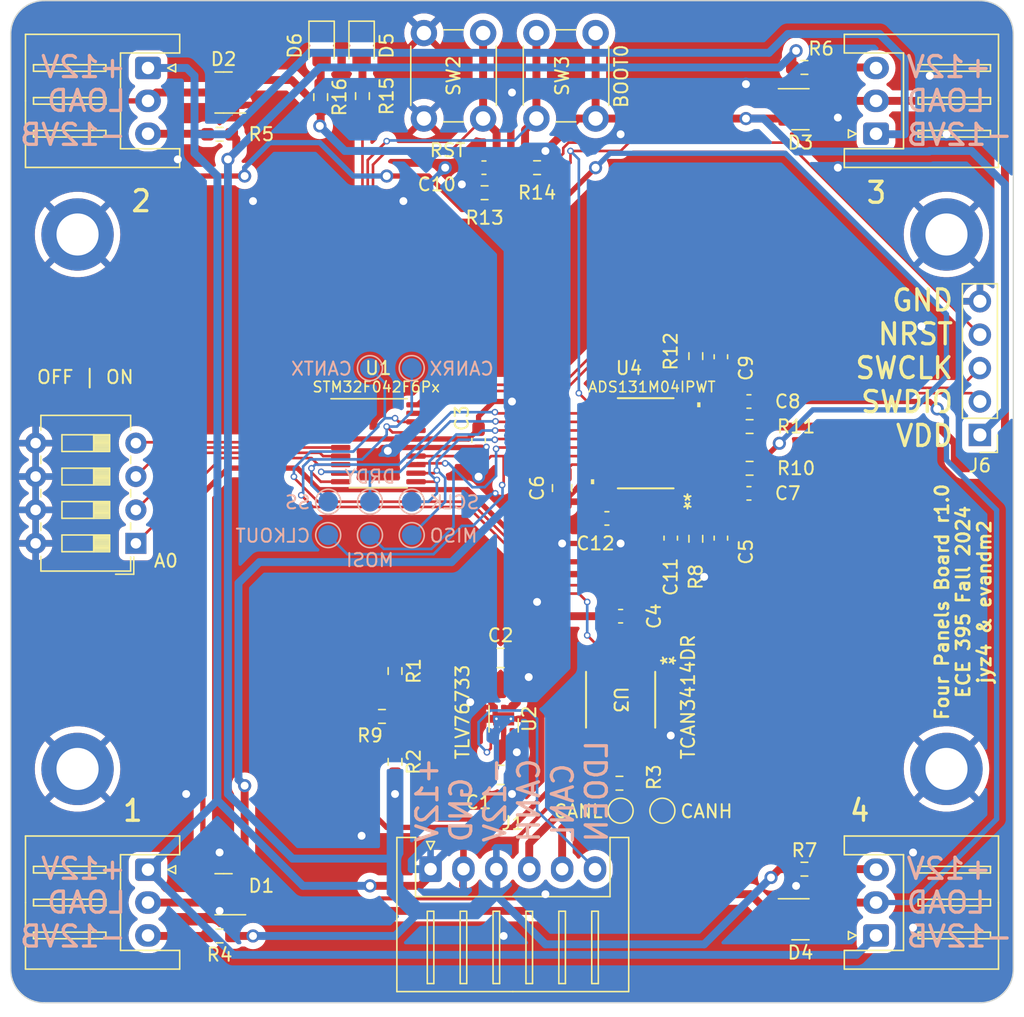
<source format=kicad_pcb>
(kicad_pcb (version 20221018) (generator pcbnew)
  (layers (0 "F.Cu" signal) (31 "B.Cu" signal) (34 "B.Paste" user) (35 "F.Paste" user) (36 "B.SilkS" user "B.Silkscreen") (37 "F.SilkS" user "F.Silkscreen") (38 "B.Mask" user) (39 "F.Mask" user) (44 "Edge.Cuts" user))
  (net 0 "")
  (net 1 "+12V")
  (net 2 "GND")
  (net 3 "VDD")
  (net 4 "/LOAD1_FILTERED")
  (net 5 "/VREF")
  (net 6 "Net-(U4-CAP)")
  (net 7 "/LOAD2_FILTERED")
  (net 8 "/LOAD3_FILTERED")
  (net 9 "/LOAD4_FILTERED")
  (net 10 "/NRST")
  (net 11 "/LOAD1")
  (net 12 "/LOAD2")
  (net 13 "/LOAD3")
  (net 14 "/LOAD4")
  (net 15 "Net-(D5-A)")
  (net 16 "Net-(D6-A)")
  (net 17 "-12V")
  (net 18 "CAN_H")
  (net 19 "CAN_L")
  (net 20 "LDO_EN")
  (net 21 "Net-(J2-Pin_3)")
  (net 22 "Net-(J3-Pin_3)")
  (net 23 "Net-(J4-Pin_3)")
  (net 24 "Net-(J5-Pin_3)")
  (net 25 "/SWDIO")
  (net 26 "/SWCLK")
  (net 27 "Net-(R1-Pad2)")
  (net 28 "/BOOT0")
  (net 29 "/LED")
  (net 30 "/A0")
  (net 31 "/A1")
  (net 32 "/A2")
  (net 33 "/A3")
  (net 34 "/DRDY")
  (net 35 "/SS")
  (net 36 "/SCLK")
  (net 37 "/MISO")
  (net 38 "/MOSI")
  (net 39 "/CLKOUT")
  (net 40 "/CAN_RX")
  (net 41 "/CAN_TX")
  (footprint "Resistor_SMD:R_0603_1608Metric_Pad0.98x0.95mm_HandSolder" (layer "F.Cu") (at 48.96 22.575 -90)
    (fp_text reference "R16")
    (fp_text value "1k")
  )
  (footprint "Resistor_SMD:R_0603_1608Metric_Pad0.98x0.95mm_HandSolder" (layer "F.Cu") (at 81.5575 50.8 180)
    (fp_text reference "R10")
    (fp_text value "1k")
  )
  (footprint "Package_TO_SOT_SMD:SOT-23" (layer "F.Cu") (at 85.4225 85.09)
    (fp_text reference "D4")
    (fp_text value "BAT54S")
  )
  (footprint "LED_SMD:LED_0805_2012Metric_Pad1.15x1.40mm_HandSolder" (layer "F.Cu") (at 49.03 18.66 -90)
    (fp_text reference "D6")
    (fp_text value "GREEN")
  )
  (footprint "Resistor_SMD:R_0603_1608Metric_Pad0.98x0.95mm_HandSolder" (layer "F.Cu") (at 41.275 25.4 180)
    (fp_text reference "R5")
    (fp_text value "2.2")
  )
  (footprint "Resistor_SMD:R_0603_1608Metric_Pad0.98x0.95mm_HandSolder" (layer "F.Cu") (at 54.61 66.21335 -90)
    (fp_text reference "R1")
    (fp_text value "1k 0.1%")
  )
  (footprint "Connector_JST:JST_XH_S6B-XH-A_1x06_P2.50mm_Horizontal" (layer "F.Cu") (at 57.31 81.28)
    (fp_text reference "J1")
    (fp_text value "MAIN")
  )
  (footprint "Package_SON:WSON-6-1EP_2x2mm_P0.65mm_EP1x1.6mm_ThermalVias" (layer "F.Cu") (at 62.865 69.85 -90)
    (fp_text reference "U2")
    (fp_text value "TLV76733DRVx" hide)
  )
  (footprint "Button_Switch_THT:SW_PUSH_6mm" (layer "F.Cu") (at 56.805 24.205 90)
    (fp_text reference "SW2")
    (fp_text value "SW_Push")
  )
  (footprint "LED_SMD:LED_0805_2012Metric_Pad1.15x1.40mm_HandSolder" (layer "F.Cu") (at 52.07 18.66 -90)
    (fp_text reference "D5")
    (fp_text value "YELLOW")
  )
  (footprint "MountingHole:MountingHole_3.2mm_M3_ISO14580_Pad" (layer "F.Cu") (at 96.52 73.66)
    (fp_text reference "REF**" hide)
    (fp_text value "MountingHole_3.2mm_M3_ISO14580_Pad" hide)
  )
  (footprint "Resistor_SMD:R_0603_1608Metric_Pad0.98x0.95mm_HandSolder" (layer "F.Cu") (at 61.4175 29.845)
    (fp_text reference "R13")
    (fp_text value "10k")
  )
  (footprint "Button_Switch_THT:SW_DIP_SPSTx04_Slide_6.7x11.72mm_W7.62mm_P2.54mm_LowProfile" (layer "F.Cu") (at 34.915 56.505 180)
    (fp_text reference "SW1" hide)
    (fp_text value "SW_DIP_x04")
  )
  (footprint "TestPoint:TestPoint_Pad_D1.5mm" (layer "F.Cu") (at 71.755 76.835)
    (fp_text reference "REF**" hide)
    (fp_text value "TestPoint_Pad_D1.5mm" hide)
  )
  (footprint "Resistor_SMD:R_0603_1608Metric_Pad0.98x0.95mm_HandSolder" (layer "F.Cu") (at 52.135 22.495 -90)
    (fp_text reference "R15")
    (fp_text value "1k")
  )
  (footprint "Resistor_SMD:R_0603_1608Metric_Pad0.98x0.95mm_HandSolder" (layer "F.Cu") (at 85.725 20.32)
    (fp_text reference "R6")
    (fp_text value "2.2")
  )
  (footprint "Capacitor_SMD:C_0603_1608Metric_Pad1.08x0.95mm_HandSolder" (layer "F.Cu") (at 60.96 48.6675 -90)
    (fp_text reference "C3")
    (fp_text value "100n")
  )
  (footprint "footprints:PW20_TEX" (layer "F.Cu") (at 73.66 48.895 180)
    (fp_text reference "U4")
    (fp_text value "ADS131M04IPWT")
  )
  (footprint "footprints:SOIC8_D_TEX" (layer "F.Cu") (at 71.755 68.39585 -90)
    (fp_text reference "U3")
    (fp_text value "PTCAN3414DR")
  )
  (footprint "Connector_PinHeader_2.54mm:PinHeader_1x05_P2.54mm_Vertical" (layer "F.Cu") (at 99.06 48.26 180)
    (fp_text reference "J6")
    (fp_text value "SWD")
  )
  (footprint "Package_SO:TSSOP-20_4.4x6.5mm_P0.65mm" (layer "F.Cu") (at 53.34 48.895)
    (fp_text reference "U1")
    (fp_text value "STM32F042F6Px")
  )
  (footprint "Capacitor_SMD:C_0805_2012Metric_Pad1.18x1.45mm_HandSolder" (layer "F.Cu") (at 62.6325 65.22085 180)
    (fp_text reference "C2")
    (fp_text value "2.2u")
  )
  (footprint "Capacitor_SMD:C_0603_1608Metric_Pad1.08x0.95mm_HandSolder" (layer "F.Cu") (at 75.565 56.1075 -90)
    (fp_text reference "C11")
    (fp_text value "100n")
  )
  (footprint "Resistor_SMD:R_0603_1608Metric_Pad0.98x0.95mm_HandSolder" (layer "F.Cu") (at 53.6175 69.66585 180)
    (fp_text reference "R9")
    (fp_text value "1k")
  )
  (footprint "Connector_JST:JST_XH_S3B-XH-A_1x03_P2.50mm_Horizontal" (layer "F.Cu") (at 91.165 25.36 90)
    (fp_text reference "J4" hide)
    (fp_text value "LOAD CELL 3")
  )
  (footprint "Resistor_SMD:R_0603_1608Metric_Pad0.98x0.95mm_HandSolder" (layer "F.Cu") (at 85.725 81.28)
    (fp_text reference "R7")
    (fp_text value "2.2")
  )
  (footprint "Package_TO_SOT_SMD:SOT-23" (layer "F.Cu") (at 41.5775 22.225 180)
    (fp_text reference "D2")
    (fp_text value "BAT54S")
  )
  (footprint "Capacitor_SMD:C_0603_1608Metric_Pad1.08x0.95mm_HandSolder" (layer "F.Cu") (at 71.755 62.04585)
    (fp_text reference "C4")
    (fp_text value "100n")
  )
  (footprint "Resistor_SMD:R_0603_1608Metric_Pad0.98x0.95mm_HandSolder" (layer "F.Cu") (at 65.405 27.94)
    (fp_text reference "R14")
    (fp_text value "10k")
  )
  (footprint "MountingHole:MountingHole_3.2mm_M3_ISO14580_Pad" (layer "F.Cu") (at 30.48 33.02)
    (fp_text reference "REF**" hide)
    (fp_text value "MountingHole_3.2mm_M3_ISO14580_Pad" hide)
  )
  (footprint "TestPoint:TestPoint_Pad_D1.5mm" (layer "F.Cu") (at 74.93 76.835)
    (fp_text reference "REF**" hide)
    (fp_text value "TestPoint_Pad_D1.5mm" hide)
  )
  (footprint "Button_Switch_THT:SW_PUSH_6mm" (layer "F.Cu") (at 65.355 24.205 90)
    (fp_text reference "SW3")
    (fp_text value "SW_Push")
  )
  (footprint "Capacitor_SMD:C_0805_2012Metric_Pad1.18x1.45mm_HandSolder" (layer "F.Cu") (at 62.6325 74.11085 180)
    (fp_text reference "C1")
    (fp_text value "1u")
  )
  (footprint "Capacitor_SMD:C_0603_1608Metric_Pad1.08x0.95mm_HandSolder" (layer "F.Cu") (at 70.7125 54.61 180)
    (fp_text reference "C12")
    (fp_text value "100n")
  )
  (footprint "Capacitor_SMD:C_0603_1608Metric_Pad1.08x0.95mm_HandSolder" (layer "F.Cu") (at 81.5075 52.705)
    (fp_text reference "C7")
    (fp_text value "100n")
  )
  (footprint "MountingHole:MountingHole_3.2mm_M3_ISO14580_Pad" (layer "F.Cu") (at 96.52 33.02)
    (fp_text reference "REF**" hide)
    (fp_text value "MountingHole_3.2mm_M3_ISO14580_Pad" hide)
  )
  (footprint "Connector_JST:JST_XH_S3B-XH-A_1x03_P2.50mm_Horizontal" (layer "F.Cu") (at 35.835 81.32 -90)
    (fp_text reference "J2" hide)
    (fp_text value "LOAD CELL 1")
  )
  (footprint "Capacitor_SMD:C_0805_2012Metric_Pad1.18x1.45mm_HandSolder" (layer "F.Cu") (at 67.31 52.3025 -90)
    (fp_text reference "C6")
    (fp_text value "220n")
  )
  (footprint "Capacitor_SMD:C_0603_1608Metric_Pad1.08x0.95mm_HandSolder" (layer "F.Cu") (at 79.375 42.3175 90)
    (fp_text reference "C9")
    (fp_text value "100n")
  )
  (footprint "Connector_JST:JST_XH_S3B-XH-A_1x03_P2.50mm_Horizontal" (layer "F.Cu") (at 35.835 20.36 -90)
    (fp_text reference "J3" hide)
    (fp_text value "LOAD CELL 2")
  )
  (footprint "Resistor_SMD:R_0603_1608Metric_Pad0.98x0.95mm_HandSolder" (layer "F.Cu") (at 77.47 56.1575 90)
    (fp_text reference "R8")
    (fp_text value "1k")
  )
  (footprint "Package_TO_SOT_SMD:SOT-23" (layer "F.Cu") (at 85.4225 23.495)
    (fp_text reference "D3")
    (fp_text value "BAT54S")
  )
  (footprint "Package_TO_SOT_SMD:SOT-23" (layer "F.Cu") (at 41.5775 83.185 180)
    (fp_text reference "D1")
    (fp_text value "BAT54S")
  )
  (footprint "Capacitor_SMD:C_0603_1608Metric_Pad1.08x0.95mm_HandSolder" (layer "F.Cu") (at 61.3675 27.94 180)
    (fp_text reference "C10")
    (fp_text value "100n")
  )
  (footprint "Resistor_SMD:R_0603_1608Metric_Pad0.98x0.95mm_HandSolder" (layer "F.Cu") (at 41.275 86.36 180)
    (fp_text reference "R4")
    (fp_text value "2.2")
  )
  (footprint "Resistor_SMD:R_0603_1608Metric_Pad0.98x0.95mm_HandSolder" (layer "F.Cu") (at 81.5575 47.625 180)
    (fp_text reference "R11")
    (fp_text value "1k")
  )
  (footprint "MountingHole:MountingHole_3.2mm_M3_ISO14580_Pad" (layer "F.Cu") (at 30.48 73.66)
    (fp_text reference "REF**" hide)
    (fp_text value "MountingHole_3.2mm_M3_ISO14580_Pad" hide)
  )
  (footprint "Resistor_SMD:R_0603_1608Metric_Pad0.98x0.95mm_HandSolder" (layer "F.Cu") (at 71.6646 74.74585 180)
    (fp_text reference "R3")
    (fp_text value "120")
  )
  (footprint "Resistor_SMD:R_0603_1608Metric_Pad0.98x0.95mm_HandSolder" (layer "F.Cu") (at 77.47 42.2675 -90)
    (fp_text reference "R12")
    (fp_text value "1k")
  )
  (footprint "Resistor_SMD:R_0603_1608Metric_Pad0.98x0.95mm_HandSolder" (layer "F.Cu") (at 54.61 73.11835 -90)
    (fp_text reference "R2")
    (fp_text value "1k 0.1%")
  )
  (footprint "Connector_JST:JST_XH_S3B-XH-A_1x03_P2.50mm_Horizontal" (layer "F.Cu") (at 91.165 86.32 90)
    (fp_text reference "J5" hide)
    (fp_text value "LOAD CELL 4")
  )
  (footprint "Capacitor_SMD:C_0603_1608Metric_Pad1.08x0.95mm_HandSolder" (layer "F.Cu") (at 79.375 56.1075 -90)
    (fp_text reference "C5")
    (fp_text value "100n")
  )
  (footprint "Capacitor_SMD:C_0603_1608Metric_Pad1.08x0.95mm_HandSolder" (layer "F.Cu") (at 81.5075 45.72)
    (fp_text reference "C8")
    (fp_text value "100n")
  )
  (footprint "TestPoint:TestPoint_Pad_D1.5mm" (layer "B.Cu") (at 52.705 55.88 180)
    (fp_text reference "REF**" hide)
    (fp_text value "TestPoint_Pad_D1.5mm" hide)
  )
  (footprint "TestPoint:TestPoint_Pad_D1.5mm" (layer "B.Cu") (at 55.88 53.34 180)
    (fp_text reference "REF**" hide)
    (fp_text value "TestPoint_Pad_D1.5mm" hide)
  )
  (footprint "TestPoint:TestPoint_Pad_D1.5mm" (layer "B.Cu") (at 52.705 53.34 180)
    (fp_text reference "REF**" hide)
    (fp_text value "TestPoint_Pad_D1.5mm" hide)
  )
  (footprint "TestPoint:TestPoint_Pad_D1.5mm" (layer "B.Cu") (at 49.53 53.34 180)
    (fp_text reference "REF**" hide)
    (fp_text value "TestPoint_Pad_D1.5mm" hide)
  )
  (footprint "TestPoint:TestPoint_Pad_D1.5mm" (layer "B.Cu") (at 55.88 43.18 180)
    (fp_text reference "REF**" hide)
    (fp_text value "TestPoint_Pad_D1.5mm" hide)
  )
  (footprint "TestPoint:TestPoint_Pad_D1.5mm" (layer "B.Cu") (at 49.53 55.88 180)
    (fp_text reference "REF**" hide)
    (fp_text value "TestPoint_Pad_D1.5mm" hide)
  )
  (footprint "TestPoint:TestPoint_Pad_D1.5mm" (layer "B.Cu") (at 55.88 55.88 180)
    (fp_text reference "REF**" hide)
    (fp_text value "TestPoint_Pad_D1.5mm" hide)
  )
  (footprint "TestPoint:TestPoint_Pad_D1.5mm" (layer "B.Cu") (at 52.705 43.18 180)
    (fp_text reference "REF**" hide)
    (fp_text value "TestPoint_Pad_D1.5mm" hide)
  )
  (gr_arc (start 25.4 17.78) (mid 26.143949 15.983949) (end 27.94 15.24) (stroke (width 0.1)) (layer "Edge.Cuts"))
  (gr_line (start 101.6 17.78) (end 101.6 88.9) (stroke (width 0.1)) (layer "Edge.Cuts"))
  (gr_line (start 25.4 88.9) (end 25.4 17.78) (stroke (width 0.1)) (layer "Edge.Cuts"))
  (gr_line (start 27.94 15.24) (end 99.06 15.24) (stroke (width 0.1)) (layer "Edge.Cuts"))
  (gr_arc (start 99.06 15.24) (mid 100.856051 15.983949) (end 101.6 17.78) (stroke (width 0.1)) (layer "Edge.Cuts"))
  (gr_arc (start 27.94 91.44) (mid 26.143949 90.696051) (end 25.4 88.9) (stroke (width 0.1)) (layer "Edge.Cuts"))
  (gr_line (start 99.06 91.44) (end 27.94 91.44) (stroke (width 0.1)) (layer "Edge.Cuts"))
  (gr_arc (start 101.6 88.9) (mid 100.856051 90.696051) (end 99.06 91.44) (stroke (width 0.1)) (layer "Edge.Cuts"))
  (gr_text "SS" (at 48.26 53.975) (layer "B.SilkS") (effects (font (size 1 1)) (justify left bottom mirror)))
  (gr_text "CLKOUT" (at 48.26 56.515) (layer "B.SilkS") (effects (font (size 1 1)) (justify left bottom mirror)))
  (gr_text "+12V\nLOAD\n-12VB" (at 93.345 83.82) (layer "B.SilkS") (effects (font (size 1.6 1.6) (thickness 0.25)) (justify right mirror)))
  (gr_text "+12V\nLOAD\n-12VB" (at 34.29 22.86) (layer "B.SilkS") (effects (font (size 1.6 1.6) (thickness 0.25)) (justify left mirror)))
  (gr_text "CANTX" (at 51.435 43.815) (layer "B.SilkS") (effects (font (size 1 1)) (justify left bottom mirror)))
  (gr_text "MISO" (at 57.15 56.515) (layer "B.SilkS") (effects (font (size 1 1)) (justify right bottom mirror)))
  (gr_text "SCLK" (at 57.15 53.975) (layer "B.SilkS") (effects (font (size 1 1)) (justify right bottom mirror)))
  (gr_text "+12V\nGND\n-12V\nCANH\nCANL\nLDOEN" (at 63.5 79.375 90) (layer "B.SilkS") (effects (font (size 1.6 1.6) (thickness 0.25)) (justify right mirror)))
  (gr_text "+12V\nLOAD\n-12VB" (at 34.29 83.82) (layer "B.SilkS") (effects (font (size 1.6 1.6) (thickness 0.25)) (justify left mirror)))
  (gr_text "+12V\nLOAD\n-12VB" (at 93.345 22.86) (layer "B.SilkS") (effects (font (size 1.6 1.6) (thickness 0.25)) (justify right mirror)))
  (gr_text "MOSI" (at 52.705 57.785) (layer "B.SilkS") (effects (font (size 1 1)) (justify mirror)))
  (gr_text "CANRX" (at 57.15 43.815) (layer "B.SilkS") (effects (font (size 1 1)) (justify right bottom mirror)))
  (gr_text "DRDY" (at 52.705 51.435) (layer "B.SilkS") (effects (font (size 1 1)) (justify mirror)))
  (gr_text "4" (at 90.805 76.835) (layer "F.SilkS") (effects (font (size 1.6 1.5) (thickness 0.25) bold) (justify right)))
  (gr_text "2" (at 36.195 30.48) (layer "F.SilkS") (effects (font (size 1.6 1.5) (thickness 0.25) bold) (justify right)))
  (gr_text "3" (at 92.075 29.845) (layer "F.SilkS") (effects (font (size 1.6 1.5) (thickness 0.25) bold) (justify right)))
  (gr_text "STM32F042F6Px" (at 48.26 45.085) (layer "F.SilkS") (effects (font (size 0.8 0.8) (thickness 0.12)) (justify left bottom)))
  (gr_text "TLV76733" (at 60.325 73.025 90) (layer "F.SilkS") (effects (font (size 1 1)) (justify left bottom)))
  (gr_text "OFF | ON" (at 27.305 44.45) (layer "F.SilkS") (effects (font (size 1 1)) (justify left bottom)))
  (gr_text "CANL" (at 70.485 77.47) (layer "F.SilkS") (effects (font (size 1 1)) (justify right bottom)))
  (gr_text "Four Panels Board r1.0\nECE 395 Fall 2024\njyz4 & evandm2" (at 97.79 60.96 90) (layer "F.SilkS") (effects (font (size 1 1) (thickness 0.2) bold)))
  (gr_text "A0" (at 36.195 58.42) (layer "F.SilkS") (effects (font (size 1 1)) (justify left bottom)))
  (gr_text "TCAN3414DR" (at 77.47 73.025 -270) (layer "F.SilkS") (effects (font (size 1 1)) (justify left bottom)))
  (gr_text "CANH" (at 76.2 77.47) (layer "F.SilkS") (effects (font (size 1 1)) (justify left bottom)))
  (gr_text "BOOT0" (at 72.39 23.495 90) (layer "F.SilkS") (effects (font (size 1 1)) (justify left bottom)))
  (gr_text "ADS131M04IPWT" (at 69.215 45.085) (layer "F.SilkS") (effects (font (size 0.8 0.8) (thickness 0.12)) (justify left bottom)))
  (gr_text "GND\nNRST\nSWCLK\nSWDIO\nVDD" (at 97.155 43.18) (layer "F.SilkS") (effects (font (size 1.6 1.5) (thickness 0.25) bold) (justify right)))
  (gr_text "RST" (at 57.15 26.035) (layer "F.SilkS") (effects (font (size 1 1)) (justify left top)))
  (gr_text "1" (at 35.56 76.835) (layer "F.SilkS") (effects (font (size 1.6 1.5) (thickness 0.25) bold) (justify right)))
  (segment (start 63.67 75.395) (end 63.5 75.565) (width 0.6) (layer "F.Cu") (net 1))
  (segment (start 56.515 67.20585) (end 56.515 76.2) (width 0.4) (layer "F.Cu") (net 1))
  (segment (start 63.67 74.11085) (end 63.865 73.91585) (width 0.6) (layer "F.Cu") (net 1))
  (segment (start 54.61 65.30085) (end 56.515 67.20585) (width 0.4) (layer "F.Cu") (net 1))
  (segment (start 63.67 74.11085) (end 63.67 72.585) (width 0.6) (layer "F.Cu") (net 1))
  (segment (start 56.515 76.2) (end 57.785 77.47) (width 0.4) (layer "F.Cu") (net 1))
  (segment (start 57.31 81.28) (end 57.31 81.755) (width 0.6) (layer "F.Cu") (net 1))
  (segment (start 63.515 72.04) (end 63.865 72.39) (width 0.3) (layer "F.Cu") (net 1))
  (segment (start 63.67 74.11085) (end 63.67 75.395) (width 0.6) (layer "F.Cu") (net 1))
  (segment (start 61.595 77.47) (end 63.5 75.565) (width 0.4) (layer "F.Cu") (net 1))
  (segment (start 63.67 72.585) (end 63.865 72.39) (width 0.6) (layer "F.Cu") (net 1))
  (segment (start 57.31 81.755) (end 56.515 82.55) (width 0.6) (layer "F.Cu") (net 1))
  (segment (start 63.515 70.7375) (end 63.515 72.04) (width 0.3) (layer "F.Cu") (net 1))
  (segment (start 57.785 77.47) (end 61.595 77.47) (width 0.4) (layer "F.Cu") (net 1))
  (segment (start 56.515 82.55) (end 52.705 82.55) (width 0.6) (layer "F.Cu") (net 1))
  (via (at 63.865 72.39) (size 1) (drill 0.6) (layers "F.Cu" "B.Cu") (net 1))
  (via (at 63.5 75.565) (size 1) (drill 0.6) (layers "F.Cu" "B.Cu") (net 1))
  (via (at 52.705 82.55) (size 1) (drill 0.6) (layers "F.Cu" "B.Cu") (net 1))
  (segment (start 57.31 81.12) (end 59.055 79.375) (width 0.6) (layer "B.Cu") (net 1))
  (segment (start 47.615 82.55) (end 41.11 76.045) (width 0.6) (layer "B.Cu") (net 1))
  (segment (start 42.31 87.795) (end 35.835 81.32) (width 0.6) (layer "B.Cu") (net 1))
  (segment (start 39.37 20.955) (end 39.37 25.4) (width 0.6) (layer "B.Cu") (net 1))
  (segment (start 39.37 25.4) (end 39.37 26.835) (width 0.6) (layer "B.Cu") (net 1))
  (segment (start 93.345 19.685) (end 91.44 17.78) (width 0.6) (layer "B.Cu") (net 1))
  (segment (start 48.105 19.205) (end 41.91 25.4) (width 0.6) (layer "B.Cu") (net 1))
  (segment (start 91.205 25.4) (end 93.345 25.4) (width 0.6) (layer "B.Cu") (net 1))
  (segment (start 35.835 20.36) (end 38.775 20.36) (width 0.6) (layer "B.Cu") (net 1))
  (segment (start 93.345 25.4) (end 93.345 19.685) (width 0.6) (layer "B.Cu") (net 1))
  (segment (start 52.705 82.55) (end 47.615 82.55) (width 0.6) (layer "B.Cu") (net 1))
  (segment (start 55.88 80.645) (end 57.785 78.74) (width 0.6) (layer "B.Cu") (net 1))
  (segment (start 84.455 17.78) (end 83.03 19.205) (width 0.6) (layer "B.Cu") (net 1))
  (segment (start 59.055 79.375) (end 59.055 78.74) (width 0.6) (layer "B.Cu") (net 1))
  (segment (start 57.785 78.74) (end 60.325 78.74) (width 0.6) (layer "B.Cu") (net 1))
  (segment (start 57.31 81.28) (end 57.31 81.12) (width 0.6) (layer "B.Cu") (net 1))
  (segment (start 38.775 20.36) (end 39.37 20.955) (width 0.6) (layer "B.Cu") (net 1))
  (segment (start 91.165 86.32) (end 89.69 87.795) (width 0.6) (layer "B.Cu") (net 1))
  (segment (start 41.91 25.4) (end 39.37 25.4) (width 0.6) (layer "B.Cu") (net 1))
  (segment (start 57.31 81.28) (end 55.88 81.28) (width 0.6) (layer "B.Cu") (net 1))
  (segment (start 55.88 81.28) (end 55.88 80.645) (width 0.6) (layer "B.Cu") (net 1))
  (segment (start 91.44 17.78) (end 84.455 17.78) (width 0.6) (layer "B.Cu") (net 1))
  (segment (start 83.03 19.205) (end 48.105 19.205) (width 0.6) (layer "B.Cu") (net 1))
  (segment (start 41.11 76.045) (end 35.835 81.32) (width 0.6) (layer "B.Cu") (net 1))
  (segment (start 60.325 78.74) (end 63.5 75.565) (width 0.6) (layer "B.Cu") (net 1))
  (segment (start 91.165 25.36) (end 91.205 25.4) (width 0.6) (layer "B.Cu") (net 1))
  (segment (start 89.69 87.795) (end 42.31 87.795) (width 0.6) (layer "B.Cu") (net 1))
  (segment (start 41.11 28.575) (end 41.11 76.045) (width 0.6) (layer "B.Cu") (net 1))
  (segment (start 39.37 26.835) (end 41.11 28.575) (width 0.6) (layer "B.Cu") (net 1))
  (segment (start 59.81 79.495) (end 59.69 79.375) (width 0.4) (layer "F.Cu") (net 2))
  (segment (start 61.89 66.97) (end 61.89 68.6375) (width 0.4) (layer "F.Cu") (net 2))
  (segment (start 53.34 49.53) (end 53.999832 49.53) (width 0.4) (layer "F.Cu") (net 2))
  (segment (start 59.81 81.28) (end 59.69 81.4) (width 0.4) (layer "F.Cu") (net 2))
  (segment (start 62.865 70.7375) (end 62.865 72.84085) (width 0.4) (layer "F.Cu") (net 2))
  (segment (start 67.395 26.442182) (end 67.802182 26.035) (width 0.2) (layer "F.Cu") (net 2))
  (segment (start 84.485 83.155) (end 85.09 82.55) (width 0.4) (layer "F.Cu") (net 2))
  (segment (start 76.44 54.680939) (end 76.44 56.095) (width 0.4) (layer "F.Cu") (net 2))
  (segment (start 53.65 49.22) (end 53.34 49.53) (width 0.4) (layer "F.Cu") (net 2))
  (segment (start 84.485 84.14) (end 84.485 83.155) (width 0.4) (layer "F.Cu") (net 2))
  (segment (start 60.325 68.58) (end 61.595 69.85) (width 0.6) (layer "F.Cu") (net 2))
  (segment (start 41.595 84.135) (end 41.275 84.455) (width 0.4) (layer "F.Cu") (net 2))
  (segment (start 55.88 78.74) (end 52.07 78.74) (width 0.4) (layer "F.Cu") (net 2))
  (segment (start 56.2025 49.22) (end 53.65 49.22) (width 0.4) (layer "F.Cu") (net 2))
  (segment (start 59.69 81.4) (end 59.69 82.55) (width 0.4) (layer "F.Cu") (net 2))
  (segment (start 72.39 62.27335) (end 72.6175 62.04585) (width 0.6) (layer "F.Cu") (net 2))
  (segment (start 61.595 65.22085) (end 61.595 66.675) (width 0.4) (layer "F.Cu") (net 2))
  (segment (start 63.5 22.225) (end 63.5 17.145) (width 0.2) (layer "F.Cu") (net 2))
  (segment (start 59.69 82.55) (end 60.325 83.185) (width 0.4) (layer "F.Cu") (net 2))
  (segment (start 67.802182 26.035) (end 69.215 26.035) (width 0.2) (layer "F.Cu") (net 2))
  (segment (start 70.739 51.169999) (end 69.6024 51.169999) (width 0.4) (layer "F.Cu") (net 2))
  (segment (start 77.944536 51.595465) (end 77.944536 53.176403) (width 0.4) (layer "F.Cu") (net 2))
  (segment (start 59.81 81.28) (end 59.81 79.495) (width 0.4) (layer "F.Cu") (net 2))
  (segment (start 71.12 26.035) (end 71.755 25.4) (width 0.2) (layer "F.Cu") (net 2))
  (segment (start 77.51907 51.169999) (end 77.944536 51.595465) (width 0.4) (layer "F.Cu") (net 2))
  (segment (start 76.581 51.169999) (end 77.51907 51.169999) (width 0.4) (layer "F.Cu") (net 2))
  (segment (start 69.215 26.035) (end 71.12 26.035) (width 0.2) (layer "F.Cu") (net 2))
  (segment (start 60.96 49.53) (end 61.201343 49.53) (width 0.4) (layer "F.Cu") (net 2))
  (segment (start 69.6024 51.169999) (end 67.432399 53.34) (width 0.4) (layer "F.Cu") (net 2))
  (segment (start 65.5425 28.715) (end 64.01986 28.715) (width 0.2) (layer "F.Cu") (net 2))
  (segment (start 60.325 83.185) (end 66.04 83.185) (width 0.4) (layer "F.Cu") (net 2))
  (segment (start 77.944536 53.176403) (end 76.44 54.680939) (width 0.4) (layer "F.Cu") (net 2))
  (segment (start 76.44 56.095) (end 75.565 56.97) (width 0.4) (layer "F.Cu") (net 2))
  (segment (start 62.215 69.75) (end 62.315 69.85) (width 0.4) (layer "F.Cu") (net 2))
  (segment (start 66.3175 27.94) (end 67.395 26.8625) (width 0.2) (layer "F.Cu") (net 2))
  (segment (start 58.635 15.875) (end 56.805 17.705) (width 0.2) (layer "F.Cu") (net 2))
  (segment (start 60.96 49.53) (end 60.65 49.22) (width 0.4) (layer "F.Cu") (net 2))
  (segment (start 64.01986 28.715) (end 63.5 28.19514) (width 0.2) (layer "F.Cu") (net 2))
  (segment (start 62.23 15.875) (end 58.635 15.875) (width 0.2) (layer "F.Cu") (net 2))
  (segment (start 70.739 51.169999) (end 76.581 51.169999) (width 0.4) (layer "F.Cu") (net 2))
  (segment (start 61.595 69.85) (end 62.865 69.85) (width 0.6) (layer "F.Cu") (net 2))
  (segment (start 66.3175 27.94) (end 65.5425 28.715) (width 0.2) (layer "F.Cu") (net 2))
  (segment (start 67.432399 53.34) (end 67.31 53.34) (width 0.4) (layer "F.Cu") (net 2))
  (segment (start 60.65 49.22) (end 56.2025 49.22) (width 0.4) (layer "F.Cu") (net 2))
  (segment (start 61.89 68.6375) (end 62.215 68.9625) (width 0.4) (layer "F.Cu") (net 2))
  (segment (start 63.5 28.19514) (end 63.5 22.225) (width 0.2) (layer "F.Cu") (net 2))
  (segment (start 53.999832 49.53) (end 54.060332 49.4695) (width 0.4) (layer "F.Cu") (net 2))
  (segment (start 62.865 70.7375) (end 62.865 69.85) (width 0.4) (layer "F.Cu") (net 2))
  (segment (start 72.39 65.6717) (end 72.39 62.27335) (width 0.6) (layer "F.Cu") (net 2))
  (segment (start 61.595 66.675) (end 61.89 66.97) (width 0.4) (layer "F.Cu") (net 2))
  (segment (start 61.201343 49.53) (end 61.554129 49.177214) (width 0.4) (layer "F.Cu") (net 2))
  (segment (start 62.865 72.84085) (end 61.595 74.11085) (width 0.4) (layer "F.Cu") (net 2))
  (segment (start 62.215 68.9625) (end 62.215 69.75) (width 0.4) (layer "F.Cu") (net 2))
  (segment (start 42.515 84.135) (end 41.595 84.135) (width 0.4) (layer "F.Cu") (net 2))
  (segment (start 63.5 17.145) (end 62.23 15.875) (width 0.2) (layer "F.Cu") (net 2))
  (segment (start 67.395 26.8625) (end 67.395 26.442182) (width 0.2) (layer "F.Cu") (net 2))
  (segment (start 59.69 79.375) (end 56.515 79.375) (width 0.4) (layer "F.Cu") (net 2))
  (segment (start 56.515 79.375) (end 55.88 78.74) (width 0.4) (layer "F.Cu") (net 2))
  (segment (start 60.505 27.94) (end 58.42 27.94) (width 0.4) (layer "F.Cu") (net 2))
  (via (at 41.275 80.01) (size 1) (drill 0.6) (layers "F.Cu" "B.Cu") (net 2))
  (via (at 81.28 21.59) (size 1) (drill 0.6) (layers "F.Cu" "B.Cu") (net 2))
  (via (at 66.04 83.185) (size 1) (drill 0.6) (layers "F.Cu" "B.Cu") (net 2))
  (via (at 60.325 68.58) (size 1) (drill 0.6) (layers "F.Cu" "B.Cu") (net 2))
  (via (at 38.735 75.565) (size 1) (drill 0.6) (layers "F.Cu" "B.Cu") (net 2))
  (via (at 88.265 24.13) (size 1) (drill 0.6) (layers "F.Cu" "B.Cu") (net 2))
  (via (at 78.105 59.055) (size 1) (drill 0.6) (layers "F.Cu" "B.Cu") (net 2))
  (via (at 71.755 56.515) (size 1) (drill 0.6) (layers "F.Cu" "B.Cu") (net 2))
  (via (at 41.275 84.455) (size 1) (drill 0.6) (layers "F.Cu" "B.Cu") (net 2))
  (via (at 62.23 52.705) (size 0.5) (drill 0.3) (layers "F.Cu" "B.Cu") (net 2))
  (via (at 93.98 80.01) (size 1) (drill 0.6) (layers "F.Cu" "B.Cu") (net 2))
  (via (at 94.615 40.005) (size 1) (drill 0.6) (layers "F.Cu" "B.Cu") (net 2))
  (via (at 96.52 25.4) (size 1) (drill 0.6) (layers "F.Cu" "B.Cu") (net 2))
  (via (at 43.815 30.48) (size 1) (drill 0.6) (layers "F.Cu" "B.Cu") (net 2))
  (via (at 63.5 22.225) (size 1) (drill 0.6) (layers "F.Cu" "B.Cu") (net 2))
  (via (at 75.565 71.12) (size 1) (drill 0.6) (layers "F.Cu" "B.Cu") (net 2))
  (via (at 60.96 51.435) (size 1) (drill 0.6) (layers "F.Cu" "B.Cu") (net 2))
  (via (at 61.554129 49.177214) (size 0.5) (drill 0.3) (layers "F.Cu" "B.Cu") (net 2))
  (via (at 38.1 27.305) (size 1) (drill 0.6) (layers "F.Cu" "B.Cu") (net 2))
  (via (at 88.265 27.94) (size 1) (drill 0.6) (layers "F.Cu" "B.Cu") (net 2))
  (via (at 62.865 86.36) (size 1) (drill 0.6) (layers "F.Cu" "B.Cu") (net 2))
  (via (at 55.245 30.48) (size 1) (drill 0.6) (layers "F.Cu" "B.Cu") (net 2))
  (via (at 58.42 27.94) (size 1) (drill 0.6) (layers "F.Cu" "B.Cu") (net 2))
  (via (at 85.09 82.55) (size 1) (drill 0.6) (layers "F.Cu" "B.Cu") (net 2))
  (via (at 71.755 25.4) (size 1) (drill 0.6) (layers "F.Cu" "B.Cu") (net 2))
  (via (at 93.98 85.725) (size 1) (drill 0.6) (layers "F.Cu" "B.Cu") (net 2))
  (via (at 95.25 20.955) (size 1) (drill 0.6) (layers "F.Cu" "B.Cu") (net 2))
  (via (at 52.07 78.74) (size 1) (drill 0.6) (layers "F.Cu" "B.Cu") (net 2))
  (via (at 54.060332 49.4695) (size 1) (drill 0.6) (layers "F.Cu" "B.Cu") (net 2))
  (segment (start 62.315 69.85) (end 62.315 71.12) (width 0.4) (layer "B.Cu") (net 2))
  (segment (start 62.315 73.575) (end 61.595 74.295) (width 0.4) (layer "B.Cu") (net 2))
  (segment (start 55.88 30.48) (end 55.245 30.48) (width 0.4) (layer "B.Cu") (net 2))
  (segment (start 63.415 69.85) (end 62.315 70.95) (width 0.3) (layer "B.Cu") (net 2))
  (segment (start 85.09 82.55) (end 89.535 78.105) (width 0.4) (layer "B.Cu") (net 2))
  (segment (start 62.315 70.95) (end 62.315 71.12) (width 0.3) (layer "B.Cu") (net 2))
  (segment (start 58.42 27.94) (end 55.88 30.48) (width 0.4) (layer "B.Cu") (net 2))
  (segment (start 91.44 78.105) (end 93.345 80.01) (width 0.4) (layer "B.Cu") (net 2))
  (segment (start 93.345 80.01) (end 93.98 80.01) (width 0.4) (layer "B.Cu") (net 2))
  (segment (start 61.554129 50.840871) (end 60.96 51.435) (width 0.4) (layer "B.Cu") (net 2))
  (segment (start 41.275 84.455) (end 41.275 80.01) (width 0.4) (layer "B.Cu") (net 2))
  (segment (start 62.315 71.12) (end 62.315 73.575) (width 0.4) (layer "B.Cu") (net 2))
  (segment (start 61.554129 49.177214) (end 61.554129 50.840871) (width 0.4) (layer "B.Cu") (net 2))
  (segment (start 89.535 78.105) (end 91.44 78.105) (width 0.4) (layer "B.Cu") (net 2))
  (segment (start 66.845 62.04585) (end 70.8925 62.04585) (width 0.6) (layer "F.Cu") (net 3))
  (segment (start 76.580998 51.819998) (end 76.581 51.82) (width 0.4) (layer "F.Cu") (net 3))
  (segment (start 81.28 24.205) (end 84.245 24.205) (width 0.6) (layer "F.Cu") (net 3))
  (segment (start 71.12 62.27335) (end 70.8925 62.04585) (width 0.6) (layer "F.Cu") (net 3))
  (segment (start 84.485 86.04) (end 81.63 83.185) (width 0.6) (layer "F.Cu") (net 3))
  (segment (start 60.96 46.851801) (end 62.091801 45.72) (width 0.4) (layer "F.Cu") (net 3))
  (segment (start 63.6275 68.85) (end 63.515 68.85) (width 0.6) (layer "F.Cu") (net 3))
  (segment (start 71.575 54.61) (end 71.575 51.999998) (width 0.4) (layer "F.Cu") (net 3))
  (segment (start 69.855 24.205) (end 68.505 24.205) (width 0.6) (layer "F.Cu") (net 3))
  (segment (start 48.96 23.4875) (end 48.96 24.7) (width 0.6) (layer "F.Cu") (net 3))
  (segment (start 44.491739 84.455) (end 42.515 82.478261) (width 0.6) (layer "F.Cu") (net 3))
  (segment (start 63.515 68.9625) (end 62.865 68.9625) (width 0.3) (layer "F.Cu") (net 3))
  (segment (start 43.18 81.57) (end 43.18 74.93) (width 0.6) (layer "F.Cu") (net 3))
  (segment (start 48.96 24.7) (end 48.895 24.765) (width 0.6) (layer "F.Cu") (net 3))
  (segment (start 75.565 51.819998) (end 76.580998 51.819998) (width 0.4) (layer "F.Cu") (net 3))
  (segment (start 69.67 56.515) (end 67.31 56.515) (width 0.4) (layer "F.Cu") (net 3))
  (segment (start 70.739 51.819998) (end 71.755 51.819998) (width 0.4) (layer "F.Cu") (net 3))
  (segment (start 63.67 65.22085) (end 63.865 65.41585) (width 0.6) (layer "F.Cu") (net 3))
  (segment (start 50.4775 48.57) (end 56.2025 48.57) (width 0.4) (layer "F.Cu") (net 3))
  (segment (start 63.865 65.41585) (end 63.865 66.675) (width 0.6) (layer "F.Cu") (net 3))
  (segment (start 68.505 24.205) (end 66.04 26.67) (width 0.6) (layer "F.Cu") (net 3))
  (segment (start 62.091801 45.72) (end 63.5 45.72) (width 0.4) (layer "F.Cu") (net 3))
  (segment (start 71.755 51.819998) (end 75.565 51.819998) (width 0.4) (layer "F.Cu") (net 3))
  (segment (start 67.945 83.185) (end 66.675 84.455) (width 0.6) (layer "F.Cu") (net 3))
  (segment (start 56.2025 48.57) (end 60.195 48.57) (width 0.4) (layer "F.Cu") (net 3))
  (segment (start 81.63 83.185) (end 67.945 83.185) (width 0.6) (layer "F.Cu") (net 3))
  (segment (start 66.845 62.04585) (end 66.49085 62.04585) (width 0.6) (layer "F.Cu") (net 3))
  (segment (start 42.515 82.235) (end 43.18 81.57) (width 0.6) (layer "F.Cu") (net 3))
  (segment (start 60.325 29.845) (end 59.69 29.21) (width 0.4) (layer "F.Cu") (net 3))
  (segment (start 63.865 67.31) (end 63.865 68.6125) (width 0.6) (layer "F.Cu") (net 3))
  (segment (start 60.505 29.845) (end 60.325 29.845) (width 0.4) (layer "F.Cu") (net 3))
  (segment (start 66.49085 62.04585) (end 65.405 60.96) (width 0.6) (layer "F.Cu") (net 3))
  (segment (start 60.195 48.57) (end 60.96 47.805) (width 0.4) (layer "F.Cu") (net 3))
  (segment (start 60.96 47.805) (end 60.96 46.851801) (width 0.4) (layer "F.Cu") (net 3))
  (segment (start 66.675 84.455) (end 44.491739 84.455) (width 0.6) (layer "F.Cu") (net 3))
  (segment (start 42.515 21.275) (end 46.7475 21.275) (width 0.6) (layer "F.Cu") (net 3))
  (segment (start 69.855 24.205) (end 81.28 24.205) (width 0.6) (layer "F.Cu") (net 3))
  (segment (start 69.855 24.205) (end 69.855 17.705) (width 0.6) (layer "F.Cu") (net 3))
  (segment (start 75.565 55.245) (end 75.565 51.819998) (width 0.4) (layer "F.Cu") (net 3))
  (segment (start 63.865 66.675) (end 64.77 66.675) (width 0.6) (layer "F.Cu") (net 3))
  (segment (start 84.245 24.205) (end 84.485 24.445) (width 0.6) (layer "F.Cu") (net 3))
  (segment (start 63.67 65.22085) (end 66.845 62.04585) (width 0.6) (layer "F.Cu") (net 3))
  (segment (start 42.515 82.478261) (end 42.515 82.235) (width 0.6) (layer "F.Cu") (net 3))
  (segment (start 71.575 51.999998) (end 71.755 51.819998) (width 0.4) (layer "F.Cu") (net 3))
  (segment (start 71.575 54.61) (end 69.67 56.515) (width 0.4) (layer "F.Cu") (net 3))
  (segment (start 63.865 66.675) (end 63.865 67.31) (width 0.6) (layer "F.Cu") (net 3))
  (segment (start 63.865 68.6125) (end 63.6275 68.85) (width 0.6) (layer "F.Cu") (net 3))
  (segment (start 46.7475 21.275) (end 48.96 23.4875) (width 0.6) (layer "F.Cu") (net 3))
  (segment (start 71.12 65.6717) (end 71.12 62.27335) (width 0.6) (layer "F.Cu") (net 3))
  (via (at 65.405 60.96) (size 1) (drill 0.6) (layers "F.Cu" "B.Cu") (net 3))
  (via (at 43.18 74.93) (size 1) (drill 0.6) (layers "F.Cu" "B.Cu") (net 3))
  (via (at 48.895 24.765) (size 1) (drill 0.6) (layers "F.Cu" "B.Cu") (net 3))
  (via (at 63.5 45.72) (size 1) (drill 0.6) (layers "F.Cu" "B.Cu") (net 3))
  (via (at 66.04 26.67) (size 1) (drill 0.6) (layers "F.Cu" "B.Cu") (net 3))
  (via (at 59.69 29.21) (size 1) (drill 0.6) (layers "F.Cu" "B.Cu") (net 3))
  (via (at 81.28 24.205) (size 1) (drill 0.6) (layers "F.Cu" "B.Cu") (net 3))
  (via (at 64.77 66.675) (size 1) (drill 0.6) (layers "F.Cu" "B.Cu") (net 3))
  (via (at 67.31 56.515) (size 1) (drill 0.6) (layers "F.Cu" "B.Cu") (net 3))
  (segment (start 63.5 53.34) (end 63.5 45.72) (width 0.6) (layer "B.Cu") (net 3))
  (segment (start 42.71 74.46) (end 43.18 74.93) (width 0.6) (layer "B.Cu") (net 3))
  (segment (start 82.625 24.205) (end 85.13 26.71) (width 0.6) (layer "B.Cu") (net 3))
  (segment (start 58.91 57.93) (end 44.305 57.93) (width 0.6) (layer "B.Cu") (net 3))
  (segment (start 95.25 26.67) (end 98.425 26.67) (width 0.6) (layer "B.Cu") (net 3))
  (segment (start 65.405 58.42) (end 67.31 56.515) (width 0.6) (layer "B.Cu") (net 3))
  (segment (start 98.425 26.67) (end 100.965 29.21) (width 0.6) (layer "B.Cu") (net 3))
  (segment (start 81.28 24.205) (end 82.625 24.205) (width 0.6) (layer "B.Cu") (net 3))
  (segment (start 63.5 53.34) (end 58.91 57.93) (width 0.6) (layer "B.Cu") (net 3))
  (segment (start 85.13 26.71) (end 95.21 26.71) (width 0.6) (layer "B.Cu") (net 3))
  (segment (start 100.965 29.21) (end 100.965 46.355) (width 0.6) (layer "B.Cu") (net 3))
  (segment (start 42.71 59.525) (end 42.71 74.46) (width 0.6) (layer "B.Cu") (net 3))
  (segment (start 95.21 26.71) (end 95.25 26.67) (width 0.6) (layer "B.Cu") (net 3))
  (segment (start 44.305 57.93) (end 42.71 59.525) (width 0.6) (layer "B.Cu") (net 3))
  (segment (start 59.69 29.21) (end 63.5 29.21) (width 0.4) (layer "B.Cu") (net 3))
  (segment (start 64.135 53.34) (end 67.31 56.515) (width 0.6) (layer "B.Cu") (net 3))
  (segment (start 63.5 53.34) (end 64.135 53.34) (width 0.6) (layer "B.Cu") (net 3))
  (segment (start 50.8 26.67) (end 66.04 26.67) (width 0.6) (layer "B.Cu") (net 3))
  (segment (start 100.965 46.355) (end 99.06 48.26) (width 0.6) (layer "B.Cu") (net 3))
  (segment (start 65.405 60.96) (end 65.405 58.42) (width 0.6) (layer "B.Cu") (net 3))
  (segment (start 48.895 24.765) (end 50.8 26.67) (width 0.6) (layer "B.Cu") (net 3))
  (segment (start 78.74 51.542401) (end 78.74 54.61) (width 0.4) (layer "F.Cu") (net 4))
  (segment (start 78.105 55.245) (end 78.74 54.61) (width 0.4) (layer "F.Cu") (net 4))
  (segment (start 76.581 50.520001) (end 77.7176 50.520001) (width 0.4) (layer "F.Cu") (net 4))
  (segment (start 78.74 54.61) (end 79.375 55.245) (width 0.4) (layer "F.Cu") (net 4))
  (segment (start 77.7176 50.520001) (end 78.74 51.542401) (width 0.4) (layer "F.Cu") (net 4))
  (segment (start 77.47 55.245) (end 78.105 55.245) (width 0.4) (layer "F.Cu") (net 4))
  (segment (start 80.01 67.31) (end 80.01 57.605) (width 0.4) (layer "F.Cu") (net 5))
  (segment (start 80.080939 44.845) (end 81.495 44.845) (width 0.4) (layer "F.Cu") (net 5))
  (segment (start 76.0222 49.869999) (end 76.581 49.869999) (width 0.4) (layer "F.Cu") (net 5))
  (segment (start 76.581 49.869999) (end 78.444999 49.869999) (width 0.4) (layer "F.Cu") (net 5))
  (segment (start 74.93 48.777799) (end 74.988601 48.836399) (width 0.4) (layer "F.Cu") (net 5))
  (segment (start 81.495 44.845) (end 82.37 45.72) (width 0.4) (layer "F.Cu") (net 5))
  (segment (start 78.444999 49.869999) (end 79.375 50.8) (width 0.4) (layer "F.Cu") (net 5))
  (segment (start 53.975 78.105) (end 63.5 78.105) (width 0.4) (layer "F.Cu") (net 5))
  (segment (start 52.705 69.66585) (end 52.705 76.835) (width 0.4) (layer "F.Cu") (net 5))
  (segment (start 52.705 76.835) (end 53.975 78.105) (width 0.4) (layer "F.Cu") (net 5))
  (segment (start 66.675 74.93) (end 66.675 69.85) (width 0.4) (layer "F.Cu") (net 5))
  (segment (start 76.581 46.620001) (end 76.0222 46.620001) (width 0.4) (layer "F.Cu") (net 5))
  (segment (start 79.925469 45.000469) (end 80.25 44.675938) (width 0.4) (layer "F.Cu") (net 5))
  (segment (start 74.93 47.712201) (end 74.93 48.777799) (width 0.4) (layer "F.Cu") (net 5))
  (segment (start 78.74 68.58) (end 80.01 67.31) (width 0.4) (layer "F.Cu") (net 5))
  (segment (start 67.945 68.58) (end 78.74 68.58) (width 0.4) (layer "F.Cu") (net 5))
  (segment (start 76.581 47.270002) (end 76.581 46.620001) (width 0.4) (layer "F.Cu") (net 5))
  (segment (start 80.01 57.605) (end 79.375 56.97) (width 0.4) (layer "F.Cu") (net 5))
  (segment (start 75.372203 49.220001) (end 74.988601 48.836399) (width 0.4) (layer "F.Cu") (net 5))
  (segment (start 78.305938 46.620001) (end 79.925469 45.000469) (width 0.4) (layer "F.Cu") (net 5))
  (segment (start 66.675 69.85) (end 67.945 68.58) (width 0.4) (layer "F.Cu") (net 5))
  (segment (start 79.375 50.8) (end 79.375 52.874061) (width 0.4) (layer "F.Cu") (net 5))
  (segment (start 79.375 56.97) (end 80.645 55.7) (width 0.4) (layer "F.Cu") (net 5))
  (segment (start 80.645 55.7) (end 80.645 53.58) (width 0.4) (layer "F.Cu") (net 5))
  (segment (start 81.495 53.58) (end 82.37 52.705) (width 0.4) (layer "F.Cu") (net 5))
  (segment (start 75.372199 47.270002) (end 74.93 47.712201) (width 0.4) (layer "F.Cu") (net 5))
  (segment (start 74.988601 48.836399) (end 76.0222 49.869999) (width 0.4) (layer "F.Cu") (net 5))
  (segment (start 80.645 53.58) (end 81.495 53.58) (width 0.4) (layer "F.Cu") (net 5))
  (segment (start 80.25 42.33) (end 79.375 41.455) (width 0.4) (layer "F.Cu") (net 5))
  (segment (start 76.0222 46.620001) (end 74.93 47.712201) (width 0.4) (layer "F.Cu") (net 5))
  (segment (start 76.581 49.220001) (end 75.372203 49.220001) (width 0.4) (layer "F.Cu") (net 5))
  (segment (start 79.925469 45.000469) (end 80.080939 44.845) (width 0.4) (layer "F.Cu") (net 5))
  (segment (start 76.581 49.220001) (end 76.581 49.869999) (width 0.4) (layer "F.Cu") (net 5))
  (segment (start 76.581 46.620001) (end 78.305938 46.620001) (width 0.4) (layer "F.Cu") (net 5))
  (segment (start 76.581 47.270002) (end 75.372199 47.270002) (width 0.4) (layer "F.Cu") (net 5))
  (segment (start 79.375 52.874061) (end 80.080939 53.58) (width 0.4) (layer "F.Cu") (net 5))
  (segment (start 80.080939 53.58) (end 80.645 53.58) (width 0.4) (layer "F.Cu") (net 5))
  (segment (start 80.25 44.675938) (end 80.25 42.33) (width 0.4) (layer "F.Cu") (net 5))
  (segment (start 63.5 78.105) (end 66.675 74.93) (width 0.4) (layer "F.Cu") (net 5))
  (segment (start 68.055002 50.519998) (end 70.739 50.519998) (width 0.2) (layer "F.Cu") (net 6))
  (segment (start 67.31 51.265) (end 68.055002 50.519998) (width 0.2) (layer "F.Cu") (net 6))
  (segment (start 78.415002 48.570002) (end 80.645 50.8) (width 0.4) (layer "F.Cu") (net 7))
  (segment (start 80.645 50.8) (end 80.645 52.705) (width 0.4) (layer "F.Cu") (net 7))
  (segment (start 76.581 48.570002) (end 78.415002 48.570002) (width 0.4) (layer "F.Cu") (net 7))
  (segment (start 80.349999 47.920001) (end 80.645 47.625) (width 0.4) (layer "F.Cu") (net 8))
  (segment (start 80.645 47.625) (end 80.645 45.72) (width 0.4) (layer "F.Cu") (net 8))
  (segment (start 76.581 47.920001) (end 80.349999 47.920001) (width 0.4) (layer "F.Cu") (net 8))
  (segment (start 76.581 45.970002) (end 77.854998 45.970002) (width 0.4) (layer "F.Cu") (net 9))
  (segment (start 77.47 43.18) (end 79.375 43.18) (width 0.4) (layer "F.Cu") (net 9))
  (segment (start 77.854998 45.970002) (end 79.375 44.45) (width 0.4) (layer "F.Cu") (net 9))
  (segment (start 79.375 44.45) (end 79.375 43.18) (width 0.4) (layer "F.Cu") (net 9))
  (segment (start 62.33 25.23) (end 61.305 24.205) (width 0.6) (layer "F.Cu") (net 10))
  (segment (start 72.39 26.035) (end 83.82 26.035) (width 0.2) (layer "F.Cu") (net 10))
  (segment (start 65.66014 29.845) (end 62.33 29.845) (width 0.2) (layer "F.Cu") (net 10))
  (segment (start 62.33 29.845) (end 62.33 25.23) (width 0.6) (layer "F.Cu") (net 10))
  (segment (start 48.425 43.511372) (end 52.935 39.00137) (width 0.2) (layer "F.Cu") (net 10))
  (segment (start 67.945 26.67) (end 67.945 27.56014) (width 0.2) (layer "F.Cu") (net 10))
  (segment (start 67.945 26.67) (end 71.755 26.67) (width 0.2) (layer "F.Cu") (net 10))
  (segment (start 48.895 45.085) (end 48.425 44.615) (width 0.2) (layer "F.Cu") (net 10))
  (segment (start 51.435 45.085) (end 48.895 45.085) (width 0.2) (layer "F.Cu") (net 10))
  (segment (start 52.07 45.72) (end 51.435 45.085) (width 0.2) (layer "F.Cu") (net 10))
  (segment (start 52.935 39.00137) (end 52.935 27.71) (width 0.2) (layer "F.Cu") (net 10))
  (segment (start 84.455 26.035) (end 83.82 26.035) (width 0.2) (layer "F.Cu") (net 10))
  (segment (start 70.739 45.97) (end 69.465 45.97) (width 0.2) (layer "F.Cu") (net 10))
  (segment (start 61.305 17.705) (end 61.305 24.205) (width 0.6) (layer "F.Cu") (net 10))
  (segment (start 58.84 26.67) (end 61.305 24.205) (width 0.2) (layer "F.Cu") (net 10))
  (segment (start 52.07 47.625) (end 52.07 45.72) (width 0.2) (layer "F.Cu") (net 10))
  (segment (start 71.755 26.67) (end 72.39 26.035) (width 0.2) (layer "F.Cu") (net 10))
  (segment (start 52.935 27.71) (end 53.975 26.67) (width 0.2) (layer "F.Cu") (net 10))
  (segment (start 67.945 27.56014) (end 65.66014 29.845) (width 0.2) (layer "F.Cu") (net 10))
  (segment (start 53.975 26.67) (end 58.84 26.67) (width 0.2) (layer "F.Cu") (net 10))
  (segment (start 48.425 44.615) (end 48.425 43.511372) (width 0.2) (layer "F.Cu") (net 10))
  (segment (start 99.06 40.64) (end 84.455 26.035) (width 0.2) (layer "F.Cu") (net 10))
  (segment (start 50.4775 47.92) (end 51.775 47.92) (width 0.2) (layer "F.Cu") (net 10))
  (segment (start 69.465 45.97) (end 68.58 45.085) (width 0.2) (layer "F.Cu") (net 10))
  (segment (start 51.775 47.92) (end 52.07 47.625) (width 0.2) (layer "F.Cu") (net 10))
  (via (at 67.945 26.67) (size 0.5) (drill 0.3) (layers "F.Cu" "B.Cu") (net 10))
  (via (at 68.58 45.085) (size 0.5) (drill 0.3) (layers "F.Cu" "B.Cu") (net 10))
  (segment (start 68.58 45.085) (end 68.58 27.305) (width 0.2) (layer "B.Cu") (net 10))
  (segment (start 68.58 27.305) (end 67.945 26.67) (width 0.2) (layer "B.Cu") (net 10))
  (segment (start 41.925 50.785) (end 40.005 52.705) (width 0.4) (layer "F.Cu") (net 11))
  (segment (start 76.6325 57.9075) (end 65.599606 57.9075) (width 0.4) (layer "F.Cu") (net 11))
  (segment (start 60.114962 52.422856) (end 48.832592 52.422856) (width 0.4) (layer "F.Cu") (net 11))
  (segment (start 77.47 57.07) (end 76.6325 57.9075) (width 0.4) (layer "F.Cu") (net 11))
  (segment (start 47.194736 50.785) (end 41.925 50.785) (width 0.4) (layer "F.Cu") (net 11))
  (segment (start 40.005 82.55) (end 40.64 83.185) (width 0.4) (layer "F.Cu") (net 11))
  (segment (start 35.835 83.82) (end 40.005 83.82) (width 0.6) (layer "F.Cu") (net 11))
  (segment (start 65.599606 57.9075) (end 60.114962 52.422856) (width 0.4) (layer "F.Cu") (net 11))
  (segment (start 48.832592 52.422856) (end 47.194736 50.785) (width 0.4) (layer "F.Cu") (net 11))
  (segment (start 40.005 52.705) (end 40.005 82.55) (width 0.4) (layer "F.Cu") (net 11))
  (segment (start 40.005 83.82) (end 40.64 83.185) (width 0.6) (layer "F.Cu") (net 11))
  (segment (start 59.69 31.115) (end 57.15 28.575) (width 0.4) (layer "F.Cu") (net 12))
  (segment (start 43.18 28.575) (end 34.29 28.575) (width 0.4) (layer "F.Cu") (net 12))
  (segment (start 33.02 27.305) (end 33.02 24.13) (width 0.4) (layer "F.Cu") (net 12))
  (segment (start 34.29 28.575) (end 33.02 27.305) (width 0.4) (layer "F.Cu") (net 12))
  (segment (start 69.85 27.94) (end 66.675 31.115) (width 0.4) (layer "F.Cu") (net 12))
  (segment (start 40.64 22.225) (end 36.47 22.225) (width 0.6) (layer "F.Cu") (net 12))
  (segment (start 33.02 24.13) (end 34.29 22.86) (width 0.4) (layer "F.Cu") (net 12))
  (segment (start 82.47 50.245) (end 83.82 48.895) (width 0.4) (layer "F.Cu") (net 12))
  (segment (start 34.29 22.86) (end 35.835 22.86) (width 0.4) (layer "F.Cu") (net 12))
  (segment (start 57.15 28.575) (end 53.975 28.575) (width 0.4) (layer "F.Cu") (net 12))
  (segment (start 82.47 50.8) (end 82.47 50.245) (width 0.4) (layer "F.Cu") (net 12))
  (segment (start 66.675 31.115) (end 59.69 31.115) (width 0.4) (layer "F.Cu") (net 12))
  (segment (start 36.47 22.225) (end 35.835 22.86) (width 0.6) (layer "F.Cu") (net 12))
  (via (at 43.18 28.575) (size 1) (drill 0.6) (layers "F.Cu" "B.Cu") (net 12))
  (via (at 83.82 48.895) (size 1) (drill 0.6) (layers "F.Cu" "B.Cu") (net 12))
  (via (at 69.85 27.94) (size 1) (drill 0.6) (layers "F.Cu" "B.Cu") (net 12))
  (via (at 53.975 28.575) (size 1) (drill 0.6) (layers "F.Cu" "B.Cu") (net 12))
  (segment (start 70.942525 26.847475) (end 69.85 27.94) (width 0.4) (layer "B.Cu") (net 12))
  (segment (start 84.277525 26.847475) (end 70.942525 26.847475) (width 0.4) (layer "B.Cu") (net 12))
  (segment (start 53.975 28.575) (end 51.432207 28.575) (width 0.4) (layer "B.Cu") (net 12))
  (segment (start 48.892207 26.035) (end 45.085 26.035) (width 0.4) (layer "B.Cu") (net 12))
  (segment (start 45.085 26.035) (end 43.18 27.94) (width 0.4) (layer "B.Cu") (net 12))
  (segment (start 51.432207 28.575) (end 48.892207 26.035) (width 0.4) (layer "B.Cu") (net 12))
  (segment (start 96.52 40.64) (end 96.52 39.08995) (width 0.4) (layer "B.Cu") (net 12))
  (segment (start 93.98 46.355) (end 96.52 43.815) (width 0.4) (layer "B.Cu") (net 12))
  (segment (start 83.82 48.895) (end 86.36 46.355) (width 0.4) (layer "B.Cu") (net 12))
  (segment (start 86.36 46.355) (end 93.98 46.355) (width 0.4) (layer "B.Cu") (net 12))
  (segment (start 43.18 27.94) (end 43.18 28.575) (width 0.4) (layer "B.Cu") (net 12))
  (segment (start 96.52 39.08995) (end 84.277525 26.847475) (width 0.4) (layer "B.Cu") (net 12))
  (segment (start 96.52 43.815) (end 96.52 40.64) (width 0.4) (layer "B.Cu") (net 12))
  (segment (start 100.965 26.035) (end 97.79 22.86) (width 0.6) (layer "F.Cu") (net 13))
  (segment (start 100.33 50.8) (end 100.965 50.165) (width 0.6) (layer "F.Cu") (net 13))
  (segment (start 82.47 47.625) (end 95.885 47.625) (width 0.6) (layer "F.Cu") (net 13))
  (segment (start 97.155 50.165) (end 97.79 50.8) (width 0.6) (layer "F.Cu") (net 13))
  (segment (start 97.155 48.895) (end 97.155 50.165) (width 0.6) (layer "F.Cu") (net 13))
  (segment (start 86.995 22.86) (end 86.36 23.495) (width 0.6) (layer "F.Cu") (net 13))
  (segment (start 95.885 47.625) (end 97.155 48.895) (width 0.6) (layer "F.Cu") (net 13))
  (segment (start 97.79 22.86) (end 91.165 22.86) (width 0.6) (layer "F.Cu") (net 13))
  (segment (start 97.79 50.8) (end 100.33 50.8) (width 0.6) (layer "F.Cu") (net 13))
  (segment (start 91.165 22.86) (end 86.995 22.86) (width 0.6) (layer "F.Cu") (net 13))
  (segment (start 100.965 50.165) (end 100.965 26.035) (width 0.6) (layer "F.Cu") (net 13))
  (segment (start 91.165 83.82) (end 87.63 83.82) (width 0.6) (layer "F.Cu") (net 14))
  (segment (start 77.47 41.355) (end 78.3075 40.5175) (width 0.4) (layer "F.Cu") (net 14))
  (segment (start 87.63 83.82) (end 86.36 85.09) (width 0.6) (layer "F.Cu") (net 14))
  (segment (start 79.8875 40.5175) (end 85.09 45.72) (width 0.4) (layer "F.Cu") (net 14))
  (segment (start 85.09 45.72) (end 95.25 45.72) (width 0.4) (layer "F.Cu") (net 14))
  (segment (start 78.3075 40.5175) (end 79.8875 40.5175) (width 0.4) (layer "F.Cu") (net 14))
  (segment (start 95.25 45.72) (end 95.813246 46.283246) (width 0.4) (layer "F.Cu") (net 14))
  (via (at 95.813246 46.283246) (size 1) (drill 0.6) (layers "F.Cu" "B.Cu") (net 14))
  (segment (start 100.33 77.47) (end 100.33 53.975) (width 0.4) (layer "B.Cu") (net 14))
  (segment (start 96.52 46.99) (end 95.813246 46.283246) (width 0.4) (layer "B.Cu") (net 14))
  (segment (start 96.52 50.165) (end 96.52 46.99) (width 0.4) (layer "B.Cu") (net 14))
  (segment (start 93.98 83.82) (end 100.33 77.47) (width 0.4) (layer "B.Cu") (net 14))
  (segment (start 91.165 83.82) (end 93.98 83.82) (width 0.4) (layer "B.Cu") (net 14))
  (segment (start 100.33 53.975) (end 96.52 50.165) (width 0.4) (layer "B.Cu") (net 14))
  (segment (start 52.135 21.5825) (end 52.135 19.75) (width 0.6) (layer "F.Cu") (net 15))
  (segment (start 52.135 19.75) (end 52.07 19.685) (width 0.6) (layer "F.Cu") (net 15))
  (segment (start 48.96 19.755) (end 49.03 19.685) (width 0.6) (layer "F.Cu") (net 16))
  (segment (start 48.96 21.6625) (end 48.96 19.755) (width 0.6) (layer "F.Cu") (net 16))
  (segment (start 42.1875 86.36) (end 43.815 86.36) (width 0.6) (layer "F.Cu") (net 17))
  (segment (start 84.8125 19.3275) (end 85.09 19.05) (width 0.6) (layer "F.Cu") (net 17))
  (segment (start 83.82 81.28) (end 83.185 81.915) (width 0.6) (layer "F.Cu") (net 17))
  (segment (start 54.61 74.03085) (end 54.61 75.565) (width 0.6) (layer "F.Cu") (net 17))
  (segment (start 84.8125 20.32) (end 84.8125 19.3275) (width 0.6) (layer "F.Cu") (net 17))
  (segment (start 84.8125 81.28) (end 83.82 81.28) (width 0.6) (layer "F.Cu") (net 17))
  (segment (start 42.545 26.67) (end 41.91 27.305) (width 0.6) (layer "F.Cu") (net 17))
  (segment (start 42.545 25.7575) (end 42.545 26.67) (width 0.6) (layer "F.Cu") (net 17))
  (segment (start 42.1875 25.4) (end 42.545 25.7575) (width 0.6) (layer "F.Cu") (net 17))
  (via (at 41.91 27.305) (size 1) (drill 0.6) (layers "F.Cu" "B.Cu") (net 17))
  (via (at 85.09 19.05) (size 1) (drill 0.6) (layers "F.Cu" "B.Cu") (net 17))
  (via (at 83.185 81.915) (size 1) (drill 0.6) (layers "F.Cu" "B.Cu") (net 17))
  (via (at 54.61 75.565) (size 1) (drill 0.6) (layers "F.Cu" "B.Cu") (net 17))
  (via (at 43.815 86.36) (size 1) (drill 0.6) (layers "F.Cu" "B.Cu") (net 17))
  (segment (start 60.325 84.455) (end 61.515 83.265) (width 0.6) (layer "B.Cu") (net 17))
  (segment (start 56.515 84.455) (end 60.325 84.455) (width 0.6) (layer "B.Cu") (net 17))
  (segment (start 83.185 81.915) (end 78.105 86.995) (width 0.6) (layer "B.Cu") (net 17))
  (segment (start 41.91 27.305) (end 41.91 61.595) (width 0.6) (layer "B.Cu") (net 17))
  (segment (start 83.82 20.32) (end 48.895 20.32) (width 0.6) (layer "B.Cu") (net 17))
  (segment (start 85.09 19.05) (end 83.82 20.32) (width 0.6) (layer "B.Cu") (net 17))
  (segment (start 48.895 20.32) (end 41.91 27.305) (width 0.6) (layer "B.Cu") (net 17))
  (segment (start 62.31 83.265) (end 62.31 81.28) (width 0.6) (layer "B.Cu") (net 17))
  (segment (start 41.91 61.595) (end 41.91 75.565) (width 0.6) (layer "B.Cu") (net 17))
  (segment (start 41.91 75.565) (end 46.825 80.48) (width 0.6) (layer "B.Cu") (net 17))
  (segment (start 46.99 80.48) (end 54.14 80.48) (width 0.6) (layer "B.Cu") (net 17))
  (segment (start 54.14 80.48) (end 54.61 80.01) (width 0.6) (layer "B.Cu") (net 17))
  (segment (start 61.515 83.265) (end 62.31 83.265) (width 0.6) (layer "B.Cu") (net 17))
  (segment (start 46.825 80.48) (end 46.99 80.48) (width 0.6) (layer "B.Cu") (net 17))
  (segment (start 78.105 86.995) (end 66.04 86.995) (width 0.6) (layer "B.Cu") (net 17))
  (segment (start 43.815 86.36) (end 54.61 86.36) (width 0.6) (layer "B.Cu") (net 17))
  (segment (start 54.61 86.36) (end 56.515 84.455) (width 0.6) (layer "B.Cu") (net 17))
  (segment (start 66.04 86.995) (end 62.31 83.265) (width 0.6) (layer "B.Cu") (net 17))
  (segment (start 72.39 74.55875) (end 72.5771 74.74585) (width 0.6) (layer "F.Cu") (net 18))
  (segment (start 68.58 75.565) (end 64.81 79.335) (width 0.6) (layer "F.Cu") (net 18))
  (segment (start 72.39 70.66915) (end 71.6106 69.88975) (width 0.6) (layer "F.Cu") (net 18))
  (segment (start 64.81 79.335) (end 64.81 81.28) (width 0.6) (layer "F.Cu") (net 18))
  (segment (start 72.84085 74.74585) (end 74.93 76.835) (width 0.6) (layer "F.Cu") (net 18))
  (segment (start 68.58 70.38035) (end 68.58 75.565) (width 0.6) (layer "F.Cu") (net 18))
  (segment (start 71.6106 69.88975) (end 69.0706 69.88975) (width 0.6) (layer "F.Cu") (net 18))
  (segment (start 69.0706 69.88975) (end 68.58 70.38035) (width 0.6) (layer "F.Cu") (net 18))
  (segment (start 72.5771 74.74585) (end 72.84085 74.74585) (width 0.6) (layer "F.Cu") (net 18))
  (segment (start 72.39 71.12) (end 72.39 70.66915) (width 0.6) (layer "F.Cu") (net 18))
  (segment (start 72.39 71.12) (end 72.39 74.55875) (width 0.6) (layer "F.Cu") (net 18))
  (segment (start 70.7521 75.8321) (end 71.755 76.835) (width 0.6) (layer "F.Cu") (net 19))
  (segment (start 67.31 78.18795) (end 67.31 81.28) (width 0.6) (layer "F.Cu") (net 19))
  (segment (start 70.7521 74.74585) (end 67.31 78.18795) (width 0.6) (layer "F.Cu") (net 19))
  (segment (start 71.12 74.37795) (end 70.7521 74.74585) (width 0.6) (layer "F.Cu") (net 19))
  (segment (start 70.7521 74.74585) (end 70.7521 75.8321) (width 0.6) (layer "F.Cu") (net 19))
  (segment (start 71.12 71.12) (end 71.12 74.37795) (width 0.6) (layer "F.Cu") (net 19))
  (segment (start 61.89 72.095) (end 61.89 71.0625) (width 0.2) (layer "F.Cu") (net 20))
  (segment (start 61.595 72.39) (end 61.89 72.095) (width 0.2) (layer "F.Cu") (net 20))
  (segment (start 61.89 71.0625) (end 62.215 70.7375) (width 0.2) (layer "F.Cu") (net 20))
  (via (at 61.595 72.39) (size 0.5) (drill 0.3) (layers "F.Cu" "B.Cu") (net 20))
  (segment (start 64.77 69.215) (end 65.405 69.85) (width 0.2) (layer "B.Cu") (net 20))
  (segment (start 60.96 71.755) (end 60.96 70.105) (width 0.2) (layer "B.Cu") (net 20))
  (segment (start 69.81 81.24) (end 69.81 81.28) (width 0.2) (layer "B.Cu") (net 20))
  (segment (start 61.85 69.215) (end 64.77 69.215) (width 0.2) (layer "B.Cu") (net 20))
  (segment (start 61.595 72.39) (end 60.96 71.755) (width 0.2) (layer "B.Cu") (net 20))
  (segment (start 60.96 70.105) (end 61.85 69.215) (width 0.2) (layer "B.Cu") (net 20))
  (segment (start 65.405 76.835) (end 69.81 81.24) (width 0.2) (layer "B.Cu") (net 20))
  (segment (start 65.405 69.85) (end 65.405 76.835) (width 0.2) (layer "B.Cu") (net 20))
  (segment (start 35.875 86.36) (end 35.835 86.32) (width 0.6) (layer "F.Cu") (net 21))
  (segment (start 40.3625 86.36) (end 35.875 86.36) (width 0.6) (layer "F.Cu") (net 21))
  (segment (start 35.835 25.36) (end 40.3225 25.36) (width 0.6) (layer "F.Cu") (net 22))
  (segment (start 40.3225 25.36) (end 40.3625 25.4) (width 0.6) (layer "F.Cu") (net 22))
  (segment (start 91.125 20.32) (end 91.165 20.36) (width 0.6) (layer "F.Cu") (net 23))
  (segment (start 86.6375 20.32) (end 91.125 20.32) (width 0.6) (layer "F.Cu") (net 23))
  (segment (start 91.125 81.28) (end 91.165 81.32) (width 0.6) (layer "F.Cu") (net 24))
  (segment (start 86.6375 81.28) (end 91.125 81.28) (width 0.6) (layer "F.Cu") (net 24))
  (segment (start 58.555685 44.92) (end 67.475 44.92) (width 0.2) (layer "F.Cu") (net 25))
  (segment (start 56.855685 46.62) (end 58.555685 44.92) (width 0.2) (layer "F.Cu") (net 25))
  (segment (start 67.475 44.92) (end 74.295 38.1) (width 0.2) (layer "F.Cu") (net 25))
  (segment (start 78.177106 38.1) (end 85.162106 45.085) (width 0.2) (layer "F.Cu") (net 25))
  (segment (start 74.295 38.1) (end 78.177106 38.1) (width 0.2) (layer "F.Cu") (net 25))
  (segment (start 98.425 45.085) (end 99.06 45.72) (width 0.2) (layer "F.Cu") (net 25))
  (segment (start 56.2025 46.62) (end 56.855685 46.62) (width 0.2) (layer "F.Cu") (net 25))
  (segment (start 85.162106 45.085) (end 98.425 45.085) (width 0.2) (layer "F.Cu") (net 25))
  (segment (start 67.31 44.45) (end 74.06 37.7) (width 0.2) (layer "F.Cu") (net 26))
  (segment (start 56.2025 45.97) (end 57.7225 44.45) (width 0.2) (layer "F.Cu") (net 26))
  (segment (start 78.342792 37.7) (end 85.327792 44.685) (width 0.2) (layer "F.Cu") (net 26))
  (segment (start 85.327792 44.685) (end 97.555 44.685) (width 0.2) (layer "F.Cu") (net 26))
  (segment (start 57.7225 44.45) (end 67.31 44.45) (width 0.2) (layer "F.Cu") (net 26))
  (segment (start 74.06 37.7) (end 78.342792 37.7) (width 0.2) (layer "F.Cu") (net 26))
  (segment (start 97.555 44.685) (end 99.06 43.18) (width 0.2) (layer "F.Cu") (net 26))
  (segment (start 54.61 69.74585) (end 54.53 69.66585) (width 0.6) (layer "F.Cu") (net 27))
  (segment (start 54.61 67.12585) (end 54.61 69.58585) (width 0.6) (layer "F.Cu") (net 27))
  (segment (start 54.61 72.20585) (end 54.61 69.74585) (width 0.6) (layer "F.Cu") (net 27))
  (segment (start 54.61 69.58585) (end 54.53 69.66585) (width 0.6) (layer "F.Cu") (net 27))
  (segment (start 48.025 45.554314) (end 48.025 43.345686) (width 0.2) (layer "F.Cu") (net 28))
  (segment (start 65.355 24.205) (end 65.355 17.705) (width 0.6) (layer "F.Cu") (net 28))
  (segment (start 52.535 33.655) (end 52.535 27.3605) (width 0.2) (layer "F.Cu") (net 28))
  (segment (start 50.4775 45.97) (end 48.440686 45.97) (width 0.2) (layer "F.Cu") (net 28))
  (segment (start 64.4925 27.94) (end 64.4925 25.0675) (width 0.6) (layer "F.Cu") (net 28))
  (segment (start 48.440686 45.97) (end 48.025 45.554314) (width 0.2) (layer "F.Cu") (net 28))
  (segment (start 64.4925 25.0675) (end 65.355 24.205) (width 0.6) (layer "F.Cu") (net 28))
  (segment (start 52.535 27.3605) (end 53.975 25.9205) (width 0.2) (layer "F.Cu") (net 28))
  (segment (start 48.542843 42.827843) (end 52.535 38.835685) (width 0.2) (layer "F.Cu") (net 28))
  (segment (start 48.025 43.345686) (end 48.542843 42.827843) (width 0.2) (layer "F.Cu") (net 28))
  (segment (start 52.535 38.835685) (end 52.535 33.655) (width 0.2) (layer "F.Cu") (net 28))
  (via (at 53.975 25.9205) (size 0.5) (drill 0.3) (layers "F.Cu" "B.Cu") (net 28))
  (segment (start 63.69 25.87) (end 65.355 24.205) (width 0.2) (layer "B.Cu") (net 28))
  (segment (start 53.975 25.9205) (end 54.0255 25.87) (width 0.2) (layer "B.Cu") (net 28))
  (segment (start 54.0255 25.87) (end 63.69 25.87) (width 0.2) (layer "B.Cu") (net 28))
  (segment (start 50.4775 46.62) (end 48.525 46.62) (width 0.2) (layer "F.Cu") (net 29))
  (segment (start 48.525 46.62) (end 47.625 45.72) (width 0.2) (layer "F.Cu") (net 29))
  (segment (start 52.135 38.67) (end 52.135 23.4075) (width 0.2) (layer "F.Cu") (net 29))
  (segment (start 47.625 45.72) (end 47.625 43.18) (width 0.2) (layer "F.Cu") (net 29))
  (segment (start 47.625 43.18) (end 52.135 38.67) (width 0.2) (layer "F.Cu") (net 29))
  (segment (start 48.26 50.02) (end 48.76 50.52) (width 0.2) (layer "F.Cu") (net 30))
  (segment (start 34.915 56.505) (end 41.4 50.02) (width 0.2) (layer "F.Cu") (net 30))
  (segment (start 48.76 50.52) (end 50.4775 50.52) (width 0.2) (layer "F.Cu") (net 30))
  (segment (start 41.4 50.02) (end 48.26 50.02) (width 0.2) (layer "F.Cu") (net 30))
  (segment (start 49.145 49.87) (end 50.4775 49.87) (width 0.2) (layer "F.Cu") (net 31))
  (segment (start 34.915 53.965) (end 39.26 49.62) (width 0.2) (layer "F.Cu") (net 31))
  (segment (start 48.895 49.62) (end 49.145 49.87) (width 0.2) (layer "F.Cu") (net 31))
  (segment (start 39.26 49.62) (end 48.895 49.62) (width 0.2) (layer "F.Cu") (net 31))
  (segment (start 34.915 51.425) (end 37.12 49.22) (width 0.2) (layer "F.Cu") (net 32))
  (segment (start 37.12 49.22) (end 50.4775 49.22) (width 0.2) (layer "F.Cu") (net 32))
  (segment (start 49.175 47.27) (end 50.4775 47.27) (width 0.2) (layer "F.Cu") (net 33))
  (segment (start 47.625 48.82) (end 49.175 47.27) (width 0.2) (layer "F.Cu") (net 33))
  (segment (start 34.915 48.885) (end 34.98 48.82) (width 0.2) (layer "F.Cu") (net 33))
  (segment (start 34.98 48.82) (end 47.625 48.82) (width 0.2) (layer "F.Cu") (net 33))
  (segment (start 48.998648 51.0695) (end 50.377 51.0695) (width 0.2) (layer "F.Cu") (net 34))
  (segment (start 62.286361 47.269999) (end 70.739 47.269999) (width 0.2) (layer "F.Cu") (net 34))
  (segment (start 62.246094 47.229732) (end 62.286361 47.269999) (width 0.2) (layer "F.Cu") (net 34))
  (segment (start 50.377 51.0695) (end 50.4775 51.17) (width 0.2) (layer "F.Cu") (net 34))
  (via (at 48.998648 51.0695) (size 0.5) (drill 0.3) (layers "F.Cu" "B.Cu") (net 34))
  (via (at 62.246094 47.229732) (size 0.5) (drill 0.3) (layers "F.Cu" "B.Cu") (net 34))
  (segment (start 58.42 47.625) (end 58.815268 47.229732) (width 0.2) (layer "B.Cu") (net 34))
  (segment (start 58.815268 47.229732) (end 62.246094 47.229732) (width 0.2) (layer "B.Cu") (net 34))
  (segment (start 54.9755 51.0695) (end 52.705 51.0695) (width 0.2) (layer "B.Cu") (net 34))
  (segment (start 52.705 51.0695) (end 48.998648 51.0695) (width 0.2) (layer "B.Cu") (net 34))
  (segment (start 58.42 47.625) (end 54.9755 51.0695) (width 0.2) (layer "B.Cu") (net 34))
  (segment (start 52.705 51.0695) (end 52.705 53.34) (width 0.2) (layer "B.Cu") (net 34))
  (segment (start 48.97133 51.82) (end 48.26 51.10867) (width 0.2) (layer "F.Cu") (net 35))
  (segment (start 48.26 51.10867) (end 48.26 50.8) (width 0.2) (layer "F.Cu") (net 35))
  (segment (start 62.287438 46.619998) (end 70.739 46.619998) (width 0.2) (layer "F.Cu") (net 35))
  (segment (start 50.4775 51.82) (end 48.97133 51.82) (width 0.2) (layer "F.Cu") (net 35))
  (segment (start 62.19924 46.5318) (end 62.287438 46.619998) (width 0.2) (layer "F.Cu") (net 35))
  (via (at 62.19924 46.5318) (size 0.5) (drill 0.3) (layers "F.Cu" "B.Cu") (net 35))
  (via (at 48.26 50.8) (size 0.5) (drill 0.3) (layers "F.Cu" "B.Cu") (net 35))
  (segment (start 48.5405 50.5195) (end 54.8905 50.5195) (width 0.2) (layer "B.Cu") (net 35))
  (segment (start 57.785 47.625) (end 58.8782 46.5318) (width 0.2) (layer "B.Cu") (net 35))
  (segment (start 54.8905 50.5195) (end 55.245 50.165) (width 0.2) (layer "B.Cu") (net 35))
  (segment (start 58.8782 46.5318) (end 62.19924 46.5318) (width 0.2) (layer "B.Cu") (net 35))
  (segment (start 48.26 50.8) (end 48.26 52.07) (width 0.2) (layer "B.Cu") (net 35))
  (segment (start 48.26 52.07) (end 49.53 53.34) (width 0.2) (layer "B.Cu") (net 35))
  (segment (start 55.245 50.165) (end 57.785 47.625) (width 0.2) (layer "B.Cu") (net 35))
  (segment (start 48.26 50.8) (end 48.5405 50.5195) (width 0.2) (layer "B.Cu") (net 35))
  (segment (start 57.649121 51.82) (end 57.789488 51.679633) (width 0.2) (layer "F.Cu") (net 36))
  (segment (start 56.2025 51.82) (end 57.649121 51.82) (width 0.2) (layer "F.Cu") (net 36))
  (segment (start 62.217636 47.928656) (end 62.226294 47.919998) (width 0.2) (layer "F.Cu") (net 36))
  (segment (start 62.226294 47.919998) (end 70.739 47.919998) (width 0.2) (layer "F.Cu") (net 36))
  (via (at 62.217636 47.928656) (size 0.5) (drill 0.3) (layers "F.Cu" "B.Cu") (net 36))
  (via (at 57.789488 51.679633) (size 0.5) (drill 0.3) (layers "F.Cu" "B.Cu") (net 36))
  (segment (start 57.717815 51.679633) (end 57.235 51.196818) (width 0.2) (layer "B.Cu") (net 36))
  (segment (start 57.235 51.196818) (end 57.235 50.260997) (width 0.2) (layer "B.Cu") (net 36))
  (segment (start 61.226772 47.928656) (end 62.217636 47.928656) (width 0.2) (layer "B.Cu") (net 36))
  (segment (start 57.789488 52.700512) (end 57.15 53.34) (width 0.2) (layer "B.Cu") (net 36))
  (segment (start 57.15 53.34) (end 55.88 53.34) (width 0.2) (layer "B.Cu") (net 36))
  (segment (start 59.268283 48.227714) (end 60.927714 48.227714) (width 0.2) (layer "B.Cu") (net 36))
  (segment (start 57.789488 51.679633) (end 57.789488 52.700512) (width 0.2) (layer "B.Cu") (net 36))
  (segment (start 57.235 50.260997) (end 59.268283 48.227714) (width 0.2) (layer "B.Cu") (net 36))
  (segment (start 60.927714 48.227714) (end 61.226772 47.928656) (width 0.2) (layer "B.Cu") (net 36))
  (segment (start 57.789488 51.679633) (end 57.717815 51.679633) (width 0.2) (layer "B.Cu") (net 36))
  (segment (start 62.250402 48.569999) (end 70.739 48.569999) (width 0.2) (layer "F.Cu") (net 37))
  (segment (start 57.584 51.17) (end 57.785 50.969) (width 0.2) (layer "F.Cu") (net 37))
  (segment (start 56.2025 51.17) (end 57.584 51.17) (width 0.2) (layer "F.Cu") (net 37))
  (segment (start 62.192687 48.627714) (end 62.250402 48.569999) (width 0.2) (layer "F.Cu") (net 37))
  (via (at 57.785 50.969) (size 0.5) (drill 0.3) (layers "F.Cu" "B.Cu") (net 37))
  (via (at 62.192687 48.627714) (size 0.5) (drill 0.3) (layers "F.Cu" "B.Cu") (net 37))
  (segment (start 57.785 50.969) (end 57.856673 50.969) (width 0.2) (layer "B.Cu") (net 37))
  (segment (start 58.42 53.34) (end 55.88 55.88) (width 0.2) (layer "B.Cu") (net 37))
  (segment (start 59.433968 48.627714) (end 62.192687 48.627714) (width 0.2) (layer "B.Cu") (net 37))
  (segment (start 58.42 51.532327) (end 58.42 53.34) (width 0.2) (layer "B.Cu") (net 37))
  (segment (start 57.785 50.276682) (end 59.433968 48.627714) (width 0.2) (layer "B.Cu") (net 37))
  (segment (start 57.856673 50.969) (end 58.42 51.532327) (width 0.2) (layer "B.Cu") (net 37))
  (segment (start 57.785 50.969) (end 57.785 50.276682) (width 0.2) (layer "B.Cu") (net 37))
  (segment (start 62.389901 49.219998) (end 62.2894 49.320499) (width 0.2) (layer "F.Cu") (net 38))
  (segment (start 58.42 50.4195) (end 56.303 50.4195) (width 0.2) (layer "F.Cu") (net 38))
  (segment (start 56.303 50.4195) (end 56.2025 50.52) (width 0.2) (layer "F.Cu") (net 38))
  (segment (start 70.739 49.219998) (end 62.389901 49.219998) (width 0.2) (layer "F.Cu") (net 38))
  (via (at 62.2894 49.320499) (size 0.5) (drill 0.3) (layers "F.Cu" "B.Cu") (net 38))
  (via (at 58.42 50.4195) (size 0.5) (drill 0.3) (layers "F.Cu" "B.Cu") (net 38))
  (segment (start 59.055 50.8) (end 60.49 52.235) (width 0.2) (layer "B.Cu") (net 38))
  (segment (start 60.49 52.235) (end 61.43 52.235) (width 0.2) (layer "B.Cu") (net 38))
  (segment (start 57.37 56.93) (end 59.055 55.245) (width 0.2) (layer "B.Cu") (net 38))
  (segment (start 62.2894 51.3756) (end 62.2894 49.320499) (width 0.2) (layer "B.Cu") (net 38))
  (segment (start 58.42 50.4195) (end 58.6745 50.4195) (width 0.2) (layer "B.Cu") (net 38))
  (segment (start 59.055 55.245) (end 59.055 50.8) (width 0.2) (layer "B.Cu") (net 38))
  (segment (start 61.43 52.235) (end 62.2894 51.3756) (width 0.2) (layer "B.Cu") (net 38))
  (segment (start 52.705 55.88) (end 53.755 56.93) (width 0.2) (layer "B.Cu") (net 38))
  (segment (start 53.755 56.93) (end 57.37 56.93) (width 0.2) (layer "B.Cu") (net 38))
  (segment (start 58.6745 50.4195) (end 59.055 50.8) (width 0.2) (layer "B.Cu") (net 38))
  (segment (start 62.865 51.9555) (end 62.7505 52.07) (width 0.2) (layer "F.Cu") (net 39))
  (segment (start 62.865 49.869999) (end 62.865 51.9555) (width 0.2) (layer "F.Cu") (net 39))
  (segment (start 61.917641 49.869999) (end 61.42014 50.3675) (width 0.2) (layer "F.Cu") (net 39))
  (segment (start 60.00236 49.87) (end 56.2025 49.87) (width 0.2) (layer "F.Cu") (net 39))
  (segment (start 61.42014 50.3675) (end 60.49986 50.3675) (width 0.2) (layer "F.Cu") (net 39))
  (segment (start 70.739 49.869999) (end 62.865 49.869999) (width 0.2) (layer "F.Cu") (net 39))
  (segment (start 60.49986 50.3675) (end 60.00236 49.87) (width 0.2) (layer "F.Cu") (net 39))
  (segment (start 62.865 49.869999) (end 61.917641 49.869999) (width 0.2) (layer "F.Cu") (net 39))
  (via (at 62.7505 52.07) (size 0.5) (drill 0.3) (layers "F.Cu" "B.Cu") (net 39))
  (segment (start 62.7505 52.07) (end 62.78 52.0995) (width 0.2) (layer "B.Cu") (net 39))
  (segment (start 62.78 52.932818) (end 60.537132 55.175686) (width 0.2) (layer "B.Cu") (net 39))
  (segment (start 49.53 55.88) (end 50.98 57.33) (width 0.2) (layer "B.Cu") (net 39))
  (segment (start 57.535686 57.33) (end 59.69 55.175686) (width 0.2) (layer "B.Cu") (net 39))
  (segment (start 62.78 52.0995) (end 62.78 52.932818) (width 0.2) (layer "B.Cu") (net 39))
  (segment (start 60.537132 55.175686) (end 59.69 55.175686) (width 0.2) (layer "B.Cu") (net 39))
  (segment (start 50.98 57.33) (end 57.535686 57.33) (width 0.2) (layer "B.Cu") (net 39))
  (segment (start 56.2025 47.9375) (end 56.07 48.07) (width 0.2) (layer "F.Cu") (net 40))
  (segment (start 66.744314 60.325) (end 68.58 60.325) (width 0.2) (layer "F.Cu") (net 40))
  (segment (start 56.07 48.07) (end 54.42 48.07) (width 0.2) (layer "F.Cu") (net 40))
  (segment (start 68.58 60.325) (end 69.215 60.96) (width 0.2) (layer "F.Cu") (net 40))
  (segment (start 48.37507 53.74) (end 60.159314 53.74) (width 0.2) (layer "F.Cu") (net 40))
  (segment (start 56.2025 47.92) (end 56.2025 47.9375) (width 0.2) (layer "F.Cu") (net 40))
  (segment (start 69.85 64.135) (end 69.215 63.5) (width 0.2) (layer "F.Cu") (net 40))
  (segment (start 54.42 48.07) (end 53.975 47.625) (width 0.2) (layer "F.Cu") (net 40))
  (segment (start 60.159314 53.74) (end 66.744314 60.325) (width 0.2) (layer "F.Cu") (net 40))
  (segment (start 47.482535 52.847465) (end 48.37507 53.74) (width 0.2) (layer "F.Cu") (net 40))
  (segment (start 69.85 65.6717) (end 69.85 64.135) (width 0.2) (layer "F.Cu") (net 40))
  (via (at 69.215 60.96) (size 0.5) (drill 0.3) (layers "F.Cu" "B.Cu") (net 40))
  (via (at 47.482535 52.847465) (size 0.5) (drill 0.3) (layers "F.Cu" "B.Cu") (net 40))
  (via (at 69.215 63.5) (size 0.5) (drill 0.3) (layers "F.Cu" "B.Cu") (net 40))
  (via (at 53.975 47.625) (size 0.5) (drill 0.3) (layers "F.Cu" "B.Cu") (net 40))
  (segment (start 53.975 48.26) (end 52.1155 50.1195) (width 0.2) (layer "B.Cu") (net 40))
  (segment (start 47.625 52.705) (end 47.482535 52.847465) (width 0.2) (layer "B.Cu") (net 40))
  (segment (start 55.88 46.497818) (end 55.88 43.18) (width 0.2) (layer "B.Cu") (net 40))
  (segment (start 48.162682 50.1195) (end 47.625 50.657182) (width 0.2) (layer "B.Cu") (net 40))
  (segment (start 52.1155 50.1195) (end 52.07 50.1195) (width 0.2) (layer "B.Cu") (net 40))
  (segment (start 52.07 50.1195) (end 48.162682 50.1195) (width 0.2) (layer "B.Cu") (net 40))
  (segment (start 53.975 47.625) (end 53.975 48.26) (width 0.2) (layer "B.Cu") (net 40))
  (segment (start 69.215 63.5) (end 69.215 60.96) (width 0.2) (layer "B.Cu") (net 40))
  (segment (start 47.625 50.657182) (end 47.625 52.705) (width 0.2) (layer "B.Cu") (net 40))
  (segment (start 54.752818 47.625) (end 55.88 46.497818) (width 0.2) (layer "B.Cu") (net 40))
  (segment (start 53.975 47.625) (end 54.752818 47.625) (width 0.2) (layer "B.Cu") (net 40))
  (segment (start 66.675 59.69) (end 73.025 59.69) (width 0.2) (layer "F.Cu") (net 41))
  (segment (start 46.925497 51.513315) (end 48.752182 53.34) (width 0.2) (layer "F.Cu") (net 41))
  (segment (start 46.925497 51.435) (end 46.925497 51.513315) (width 0.2) (layer "F.Cu") (net 41))
  (segment (start 54.89 47.27) (end 54.61 46.99) (width 0.2) (layer "F.Cu") (net 41))
  (segment (start 73.66 60.325) (end 73.66 65.6717) (width 0.2) (layer "F.Cu") (net 41))
  (segment (start 60.325 53.34) (end 66.675 59.69) (width 0.2) (layer "F.Cu") (net 41))
  (segment (start 48.752182 53.34) (end 60.325 53.34) (width 0.2) (layer "F.Cu") (net 41))
  (segment (start 56.2025 47.27) (end 54.89 47.27) (width 0.2) (layer "F.Cu") (net 41))
  (segment (start 73.025 59.69) (end 73.66 60.325) (width 0.2) (layer "F.Cu") (net 41))
  (via (at 46.925497 51.435) (size 0.5) (drill 0.3) (layers "F.Cu" "B.Cu") (net 41))
  (via (at 54.61 46.99) (size 0.5) (drill 0.3) (layers "F.Cu" "B.Cu") (net 41))
  (segment (start 48.186496 49.53) (end 46.925497 50.790999) (width 0.2) (layer "B.Cu") (net 41))
  (segment (start 46.925497 50.790999) (end 46.925497 51.435) (width 0.2) (layer "B.Cu") (net 41))
  (segment (start 54.61 46.99) (end 53.832182 46.99) (width 0.2) (layer "B.Cu") (net 41))
  (segment (start 53.34 47.482182) (end 53.34 47.625) (width 0.2) (layer "B.Cu") (net 41))
  (segment (start 53.832182 44.307182) (end 52.705 43.18) (width 0.2) (layer "B.Cu") (net 41))
  (segment (start 53.832182 46.99) (end 53.832182 44.307182) (width 0.2) (layer "B.Cu") (net 41))
  (segment (start 53.832182 46.99) (end 53.34 47.482182) (width 0.2) (layer "B.Cu") (net 41))
  (segment (start 53.34 47.625) (end 51.435 49.53) (width 0.2) (layer "B.Cu") (net 41))
  (segment (start 51.435 49.53) (end 48.186496 49.53) (width 0.2) (layer "B.Cu") (net 41))
  (zone (net 2) (net_name "GND") (layers "F&B.Cu") (name "GND") (connect_pads (clearance 0.5)) (min_thickness 0.25) (fill yes (thermal_gap 0.5) (thermal_bridge_width 0.5))
    (polygon (pts (xy 25.4 15.24) (xy 101.6 15.24) (xy 101.6 91.44) (xy 25.4 91.44)))
  )
  (zone (net 17) (net_name "-12V") (layer "B.Cu") (name "-12V") (priority 2) (connect_pads (clearance 0.5)) (min_thickness 0.25) (fill yes (thermal_gap 0.5) (thermal_bridge_width 0.5))
    (polygon (pts (xy 60.96 80.01) (xy 61.595 79.375) (xy 63.5 79.375) (xy 63.5 82.55) (xy 60.96 85.09) (xy 55.88 85.09) (xy 53.975 83.185) (xy 53.975 73.66) (xy 55.245 73.66) (xy 55.245 82.55) (xy 56.515 83.82) (xy 60.325 83.82) (xy 60.96 83.185)))
  )
  (zone (net 1) (net_name "+12V") (layer "B.Cu") (name "12V") (priority 2) (connect_pads (clearance 0.5)) (min_thickness 0.25) (fill yes (thermal_gap 0.5) (thermal_bridge_width 0.5))
    (polygon (pts (xy 55.88 82.55) (xy 55.88 80.01) (xy 57.785 78.105) (xy 59.69 78.105) (xy 62.865 74.93) (xy 62.865 69.85) (xy 64.77 69.85) (xy 64.77 75.565) (xy 60.96 80.01) (xy 58.42 82.55)))
  )
  (zone (net 3) (net_name "VDD") (layer "B.Cu") (name "VDD") (priority 2) (connect_pads (clearance 0.5)) (min_thickness 0.25) (fill yes (thermal_gap 0.5) (thermal_bridge_width 0.5))
    (polygon (pts (xy 63.5 68.58) (xy 65.405 68.58) (xy 67.945 66.04) (xy 67.945 27.305) (xy 66.675 26.035) (xy 54.61 26.035) (xy 62.865 34.29) (xy 62.865 67.945)))
  )
)
</source>
